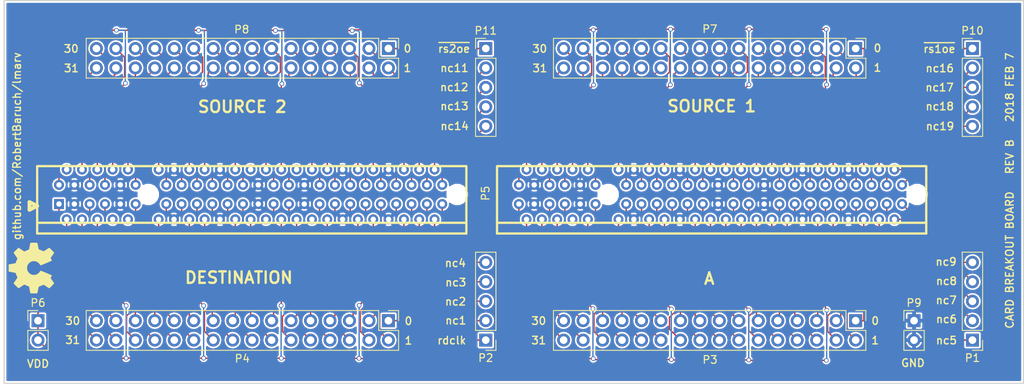
<source format=kicad_pcb>
(kicad_pcb (version 4) (host pcbnew 4.0.4-stable)
  (layers (0 F.Cu signal) (31 B.Cu signal) (34 B.Paste user) (35 F.Paste user) (36 B.SilkS user) (37 F.SilkS user) (38 B.Mask user) (39 F.Mask user) (44 Edge.Cuts user))
  (net 0 "")
  (net 1 /nc5)
  (net 2 /nc6)
  (net 3 /nc7)
  (net 4 /nc8)
  (net 5 /nc9)
  (net 6 /rdclk)
  (net 7 /nc1)
  (net 8 /nc2)
  (net 9 /nc3)
  (net 10 /nc4)
  (net 11 /a.0)
  (net 12 /a.1)
  (net 13 /a.2)
  (net 14 /a.3)
  (net 15 /a.4)
  (net 16 /a.5)
  (net 17 /a.6)
  (net 18 /a.7)
  (net 19 /a.8)
  (net 20 /a.9)
  (net 21 /a.10)
  (net 22 /a.11)
  (net 23 /a.12)
  (net 24 /a.13)
  (net 25 /a.14)
  (net 26 /a.15)
  (net 27 /a.16)
  (net 28 /a.17)
  (net 29 /a.18)
  (net 30 /a.19)
  (net 31 /a.20)
  (net 32 /a.21)
  (net 33 /a.22)
  (net 34 /a.23)
  (net 35 /a.24)
  (net 36 /a.25)
  (net 37 /a.26)
  (net 38 /a.27)
  (net 39 /a.28)
  (net 40 /a.29)
  (net 41 /a.30)
  (net 42 /a.31)
  (net 43 /rd.0)
  (net 44 /rd.1)
  (net 45 /rd.2)
  (net 46 /rd.3)
  (net 47 /rd.4)
  (net 48 /rd.5)
  (net 49 /rd.6)
  (net 50 /rd.7)
  (net 51 /rd.8)
  (net 52 /rd.9)
  (net 53 /rd.10)
  (net 54 /rd.11)
  (net 55 /rd.12)
  (net 56 /rd.13)
  (net 57 /rd.14)
  (net 58 /rd.15)
  (net 59 /rd.16)
  (net 60 /rd.17)
  (net 61 /rd.18)
  (net 62 /rd.19)
  (net 63 /rd.20)
  (net 64 /rd.21)
  (net 65 /rd.22)
  (net 66 /rd.23)
  (net 67 /rd.24)
  (net 68 /rd.25)
  (net 69 /rd.26)
  (net 70 /rd.27)
  (net 71 /rd.28)
  (net 72 /rd.29)
  (net 73 /rd.30)
  (net 74 /rd.31)
  (net 75 /GND)
  (net 76 /VDD)
  (net 77 /rs2.31)
  (net 78 /rs2.30)
  (net 79 /rs2.29)
  (net 80 /rs2.28)
  (net 81 /rs2.27)
  (net 82 /rs2.26)
  (net 83 /rs2.25)
  (net 84 /rs2.24)
  (net 85 /rs2.23)
  (net 86 /rs2.22)
  (net 87 /rs2.21)
  (net 88 /rs2.20)
  (net 89 /rs2.19)
  (net 90 /rs2.18)
  (net 91 /rs2.17)
  (net 92 /rs2.16)
  (net 93 /rs2.15)
  (net 94 /rs2.14)
  (net 95 /rs2.13)
  (net 96 /rs2.12)
  (net 97 /rs2.11)
  (net 98 /rs2.10)
  (net 99 /rs2.9)
  (net 100 /rs2.8)
  (net 101 /rs2.7)
  (net 102 /rs2.6)
  (net 103 /rs2.5)
  (net 104 /rs2.4)
  (net 105 /rs2.3)
  (net 106 /rs2.2)
  (net 107 /rs2.1)
  (net 108 /rs2.0)
  (net 109 /~rs2oe)
  (net 110 /nc11)
  (net 111 /nc12)
  (net 112 /nc13)
  (net 113 /nc14)
  (net 114 /rs1.31)
  (net 115 /rs1.23)
  (net 116 /rs1.30)
  (net 117 /rs1.29)
  (net 118 /rs1.28)
  (net 119 /rs1.27)
  (net 120 /rs1.26)
  (net 121 /rs1.25)
  (net 122 /rs1.24)
  (net 123 /rs1.22)
  (net 124 /rs1.21)
  (net 125 /rs1.20)
  (net 126 /rs1.19)
  (net 127 /rs1.18)
  (net 128 /rs1.17)
  (net 129 /rs1.16)
  (net 130 /rs1.15)
  (net 131 /rs1.14)
  (net 132 /rs1.13)
  (net 133 /rs1.12)
  (net 134 /rs1.11)
  (net 135 /rs1.10)
  (net 136 /rs1.9)
  (net 137 /rs1.8)
  (net 138 /rs1.7)
  (net 139 /rs1.6)
  (net 140 /rs1.5)
  (net 141 /rs1.4)
  (net 142 /rs1.3)
  (net 143 /rs1.2)
  (net 144 /rs1.1)
  (net 145 /rs1.0)
  (net 146 /~rs1oe)
  (net 147 /nc16)
  (net 148 /nc17)
  (net 149 /nc18)
  (net 150 /nc19)
  (module Pin_Headers:Pin_Header_Straight_1x05_Pitch2.54mm (layer F.Cu) (at 180.34 86.36 180)
    (fp_text reference P1 (at 0 -2.33 180) (layer F.SilkS))
    (fp_text value CONN_01X05)
    (pad 1 thru_hole rect (at 0 0 180) (size 1.7 1.7) (drill 1) (layers *.Cu *.Mask) (net 1 /nc5))
    (pad 2 thru_hole oval (at 0 2.54 180) (size 1.7 1.7) (drill 1) (layers *.Cu *.Mask) (net 2 /nc6))
    (pad 3 thru_hole oval (at 0 5.08 180) (size 1.7 1.7) (drill 1) (layers *.Cu *.Mask) (net 3 /nc7))
    (pad 4 thru_hole oval (at 0 7.62 180) (size 1.7 1.7) (drill 1) (layers *.Cu *.Mask) (net 4 /nc8))
    (pad 5 thru_hole oval (at 0 10.16 180) (size 1.7 1.7) (drill 1) (layers *.Cu *.Mask) (net 5 /nc9))
  )
  (module Pin_Headers:Pin_Header_Straight_1x05_Pitch2.54mm (layer F.Cu) (at 116.84 86.36 180)
    (fp_text reference P2 (at 0 -2.33 180) (layer F.SilkS))
    (fp_text value CONN_01X05)
    (pad 1 thru_hole rect (at 0 0 180) (size 1.7 1.7) (drill 1) (layers *.Cu *.Mask) (net 6 /rdclk))
    (pad 2 thru_hole oval (at 0 2.54 180) (size 1.7 1.7) (drill 1) (layers *.Cu *.Mask) (net 7 /nc1))
    (pad 3 thru_hole oval (at 0 5.08 180) (size 1.7 1.7) (drill 1) (layers *.Cu *.Mask) (net 8 /nc2))
    (pad 4 thru_hole oval (at 0 7.62 180) (size 1.7 1.7) (drill 1) (layers *.Cu *.Mask) (net 9 /nc3))
    (pad 5 thru_hole oval (at 0 10.16 180) (size 1.7 1.7) (drill 1) (layers *.Cu *.Mask) (net 10 /nc4))
  )
  (module Pin_Headers:Pin_Header_Straight_1x02_Pitch2.54mm (layer F.Cu) (at 58.42 83.82)
    (fp_text reference P6 (at 0 -2.33) (layer F.SilkS))
    (fp_text value CONN_02X01)
    (pad 1 thru_hole rect (at 0 0) (size 1.7 1.7) (drill 1) (layers *.Cu *.Mask) (net 76 /VDD))
    (pad 2 thru_hole oval (at 0 2.54) (size 1.7 1.7) (drill 1) (layers *.Cu *.Mask) (net 76 /VDD))
  )
  (module Pin_Headers:Pin_Header_Straight_1x02_Pitch2.54mm (layer F.Cu) (at 172.72 83.82)
    (fp_text reference P9 (at 0 -2.33) (layer F.SilkS))
    (fp_text value CONN_02X01)
    (pad 1 thru_hole rect (at 0 0) (size 1.7 1.7) (drill 1) (layers *.Cu *.Mask) (net 75 /GND))
    (pad 2 thru_hole oval (at 0 2.54) (size 1.7 1.7) (drill 1) (layers *.Cu *.Mask) (net 75 /GND))
  )
  (module Pin_Headers:Pin_Header_Straight_1x05_Pitch2.54mm (layer F.Cu) (at 180.34 48.26)
    (fp_text reference P10 (at 0 -2.33) (layer F.SilkS))
    (fp_text value CONN_01X05)
    (pad 1 thru_hole rect (at 0 0) (size 1.7 1.7) (drill 1) (layers *.Cu *.Mask) (net 146 /~rs1oe))
    (pad 2 thru_hole oval (at 0 2.54) (size 1.7 1.7) (drill 1) (layers *.Cu *.Mask) (net 147 /nc16))
    (pad 3 thru_hole oval (at 0 5.08) (size 1.7 1.7) (drill 1) (layers *.Cu *.Mask) (net 148 /nc17))
    (pad 4 thru_hole oval (at 0 7.62) (size 1.7 1.7) (drill 1) (layers *.Cu *.Mask) (net 149 /nc18))
    (pad 5 thru_hole oval (at 0 10.16) (size 1.7 1.7) (drill 1) (layers *.Cu *.Mask) (net 150 /nc19))
  )
  (module Pin_Headers:Pin_Header_Straight_1x05_Pitch2.54mm (layer F.Cu) (at 116.84 48.26)
    (fp_text reference P11 (at 0 -2.33) (layer F.SilkS))
    (fp_text value CONN_01X05)
    (pad 1 thru_hole rect (at 0 0) (size 1.7 1.7) (drill 1) (layers *.Cu *.Mask) (net 109 /~rs2oe))
    (pad 2 thru_hole oval (at 0 2.54) (size 1.7 1.7) (drill 1) (layers *.Cu *.Mask) (net 110 /nc11))
    (pad 3 thru_hole oval (at 0 5.08) (size 1.7 1.7) (drill 1) (layers *.Cu *.Mask) (net 111 /nc12))
    (pad 4 thru_hole oval (at 0 7.62) (size 1.7 1.7) (drill 1) (layers *.Cu *.Mask) (net 112 /nc13))
    (pad 5 thru_hole oval (at 0 10.16) (size 1.7 1.7) (drill 1) (layers *.Cu *.Mask) (net 113 /nc14))
  )
  (module lmarv:2pci_express_slot (layer F.Cu) (at 72.81 67.33)
    (fp_text reference P5 (at 44 -0.15 90) (layer F.SilkS))
    (fp_text value dual-pcie-cardedge)
    (pad 110 thru_hole circle (at 1.35 -3.25) (size 1.3 1.3) (drill 0.7) (layers *.Cu *.Mask) (net 85 /rs2.23))
    (pad 112 thru_hole circle (at 3.35 -3.25) (size 1.3 1.3) (drill 0.7) (layers *.Cu *.Mask) (net 75 /GND))
    (pad 114 thru_hole circle (at 5.35 -3.25) (size 1.3 1.3) (drill 0.7) (layers *.Cu *.Mask) (net 88 /rs2.20))
    (pad 116 thru_hole circle (at 7.35 -3.25) (size 1.3 1.3) (drill 0.7) (layers *.Cu *.Mask) (net 89 /rs2.19))
    (pad 118 thru_hole circle (at 9.35 -3.25) (size 1.3 1.3) (drill 0.7) (layers *.Cu *.Mask) (net 75 /GND))
    (pad 120 thru_hole circle (at 11.35 -3.25) (size 1.3 1.3) (drill 0.7) (layers *.Cu *.Mask) (net 92 /rs2.16))
    (pad 122 thru_hole circle (at 13.35 -3.25) (size 1.3 1.3) (drill 0.7) (layers *.Cu *.Mask) (net 94 /rs2.14))
    (pad 124 thru_hole circle (at 15.35 -3.25) (size 1.3 1.3) (drill 0.7) (layers *.Cu *.Mask) (net 95 /rs2.13))
    (pad 126 thru_hole circle (at 17.35 -3.25) (size 1.3 1.3) (drill 0.7) (layers *.Cu *.Mask) (net 76 /VDD))
    (pad 128 thru_hole circle (at 19.35 -3.25) (size 1.3 1.3) (drill 0.7) (layers *.Cu *.Mask) (net 98 /rs2.10))
    (pad 130 thru_hole circle (at 21.35 -3.25) (size 1.3 1.3) (drill 0.7) (layers *.Cu *.Mask) (net 99 /rs2.9))
    (pad 132 thru_hole circle (at 23.35 -3.25) (size 1.3 1.3) (drill 0.7) (layers *.Cu *.Mask) (net 101 /rs2.7))
    (pad 134 thru_hole circle (at 25.35 -3.25) (size 1.3 1.3) (drill 0.7) (layers *.Cu *.Mask) (net 75 /GND))
    (pad 136 thru_hole circle (at 27.35 -3.25) (size 1.3 1.3) (drill 0.7) (layers *.Cu *.Mask) (net 104 /rs2.4))
    (pad 138 thru_hole circle (at 29.35 -3.25) (size 1.3 1.3) (drill 0.7) (layers *.Cu *.Mask) (net 105 /rs2.3))
    (pad 140 thru_hole circle (at 31.35 -3.25) (size 1.3 1.3) (drill 0.7) (layers *.Cu *.Mask) (net 75 /GND))
    (pad 142 thru_hole circle (at 33.35 -3.25) (size 1.3 1.3) (drill 0.7) (layers *.Cu *.Mask) (net 108 /rs2.0))
    (pad 144 thru_hole circle (at 35.35 -3.25) (size 1.3 1.3) (drill 0.7) (layers *.Cu *.Mask) (net 110 /nc11))
    (pad 146 thru_hole circle (at 37.35 -3.25) (size 1.3 1.3) (drill 0.7) (layers *.Cu *.Mask) (net 112 /nc13))
    (pad 117 thru_hole circle (at 8.35 -1.25) (size 1.3 1.3) (drill 0.7) (layers *.Cu *.Mask) (net 90 /rs2.18))
    (pad 111 thru_hole circle (at 2.35 -1.25) (size 1.3 1.3) (drill 0.7) (layers *.Cu *.Mask) (net 86 /rs2.22))
    (pad 113 thru_hole circle (at 4.35 -1.25) (size 1.3 1.3) (drill 0.7) (layers *.Cu *.Mask) (net 87 /rs2.21))
    (pad 115 thru_hole circle (at 6.35 -1.25) (size 1.3 1.3) (drill 0.7) (layers *.Cu *.Mask) (net 76 /VDD))
    (pad 119 thru_hole circle (at 10.35 -1.25) (size 1.3 1.3) (drill 0.7) (layers *.Cu *.Mask) (net 91 /rs2.17))
    (pad 127 thru_hole circle (at 18.35 -1.25) (size 1.3 1.3) (drill 0.7) (layers *.Cu *.Mask) (net 97 /rs2.11))
    (pad 121 thru_hole circle (at 12.35 -1.25) (size 1.3 1.3) (drill 0.7) (layers *.Cu *.Mask) (net 93 /rs2.15))
    (pad 123 thru_hole circle (at 14.35 -1.25) (size 1.3 1.3) (drill 0.7) (layers *.Cu *.Mask) (net 75 /GND))
    (pad 125 thru_hole circle (at 16.35 -1.25) (size 1.3 1.3) (drill 0.7) (layers *.Cu *.Mask) (net 96 /rs2.12))
    (pad 129 thru_hole circle (at 20.35 -1.25) (size 1.3 1.3) (drill 0.7) (layers *.Cu *.Mask) (net 75 /GND))
    (pad 137 thru_hole circle (at 28.35 -1.25) (size 1.3 1.3) (drill 0.7) (layers *.Cu *.Mask) (net 76 /VDD))
    (pad 131 thru_hole circle (at 22.35 -1.25) (size 1.3 1.3) (drill 0.7) (layers *.Cu *.Mask) (net 100 /rs2.8))
    (pad 133 thru_hole circle (at 24.35 -1.25) (size 1.3 1.3) (drill 0.7) (layers *.Cu *.Mask) (net 102 /rs2.6))
    (pad 135 thru_hole circle (at 26.35 -1.25) (size 1.3 1.3) (drill 0.7) (layers *.Cu *.Mask) (net 103 /rs2.5))
    (pad 139 thru_hole circle (at 30.35 -1.25) (size 1.3 1.3) (drill 0.7) (layers *.Cu *.Mask) (net 106 /rs2.2))
    (pad 145 thru_hole circle (at 36.35 -1.25) (size 1.3 1.3) (drill 0.7) (layers *.Cu *.Mask) (net 111 /nc12))
    (pad 141 thru_hole circle (at 32.35 -1.25) (size 1.3 1.3) (drill 0.7) (layers *.Cu *.Mask) (net 107 /rs2.1))
    (pad 143 thru_hole circle (at 34.35 -1.25) (size 1.3 1.3) (drill 0.7) (layers *.Cu *.Mask) (net 109 /~rs2oe))
    (pad 147 thru_hole circle (at 38.35 -1.25) (size 1.3 1.3) (drill 0.7) (layers *.Cu *.Mask) (net 113 /nc14))
    (pad 15 thru_hole circle (at 4.35 1.25) (size 1.3 1.3) (drill 0.7) (layers *.Cu *.Mask) (net 64 /rd.21))
    (pad 13 thru_hole circle (at 2.35 1.25) (size 1.3 1.3) (drill 0.7) (layers *.Cu *.Mask) (net 65 /rd.22))
    (pad 25 thru_hole circle (at 14.35 1.25) (size 1.3 1.3) (drill 0.7) (layers *.Cu *.Mask) (net 75 /GND))
    (pad 23 thru_hole circle (at 12.35 1.25) (size 1.3 1.3) (drill 0.7) (layers *.Cu *.Mask) (net 58 /rd.15))
    (pad 35 thru_hole circle (at 24.35 1.25) (size 1.3 1.3) (drill 0.7) (layers *.Cu *.Mask) (net 49 /rd.6))
    (pad 33 thru_hole circle (at 22.35 1.25) (size 1.3 1.3) (drill 0.7) (layers *.Cu *.Mask) (net 51 /rd.8))
    (pad 49 thru_hole circle (at 38.35 1.25) (size 1.3 1.3) (drill 0.7) (layers *.Cu *.Mask) (net 10 /nc4))
    (pad 43 thru_hole circle (at 32.35 1.25) (size 1.3 1.3) (drill 0.7) (layers *.Cu *.Mask) (net 44 /rd.1))
    (pad 45 thru_hole circle (at 34.35 1.25) (size 1.3 1.3) (drill 0.7) (layers *.Cu *.Mask) (net 6 /rdclk))
    (pad 47 thru_hole circle (at 36.35 1.25) (size 1.3 1.3) (drill 0.7) (layers *.Cu *.Mask) (net 8 /nc2))
    (pad 21 thru_hole circle (at 10.35 1.25) (size 1.3 1.3) (drill 0.7) (layers *.Cu *.Mask) (net 60 /rd.17))
    (pad 17 thru_hole circle (at 6.35 1.25) (size 1.3 1.3) (drill 0.7) (layers *.Cu *.Mask) (net 76 /VDD))
    (pad 19 thru_hole circle (at 8.35 1.25) (size 1.3 1.3) (drill 0.7) (layers *.Cu *.Mask) (net 61 /rd.18))
    (pad 31 thru_hole circle (at 20.35 1.25) (size 1.3 1.3) (drill 0.7) (layers *.Cu *.Mask) (net 75 /GND))
    (pad 27 thru_hole circle (at 16.35 1.25) (size 1.3 1.3) (drill 0.7) (layers *.Cu *.Mask) (net 55 /rd.12))
    (pad 29 thru_hole circle (at 18.35 1.25) (size 1.3 1.3) (drill 0.7) (layers *.Cu *.Mask) (net 54 /rd.11))
    (pad 41 thru_hole circle (at 30.35 1.25) (size 1.3 1.3) (drill 0.7) (layers *.Cu *.Mask) (net 45 /rd.2))
    (pad 37 thru_hole circle (at 26.35 1.25) (size 1.3 1.3) (drill 0.7) (layers *.Cu *.Mask) (net 48 /rd.5))
    (pad 39 thru_hole circle (at 28.35 1.25) (size 1.3 1.3) (drill 0.7) (layers *.Cu *.Mask) (net 76 /VDD))
    (pad 24 thru_hole circle (at 13.35 3.25) (size 1.3 1.3) (drill 0.7) (layers *.Cu *.Mask) (net 57 /rd.14))
    (pad 26 thru_hole circle (at 15.35 3.25) (size 1.3 1.3) (drill 0.7) (layers *.Cu *.Mask) (net 56 /rd.13))
    (pad 18 thru_hole circle (at 7.35 3.25) (size 1.3 1.3) (drill 0.7) (layers *.Cu *.Mask) (net 62 /rd.19))
    (pad 20 thru_hole circle (at 9.35 3.25) (size 1.3 1.3) (drill 0.7) (layers *.Cu *.Mask) (net 75 /GND))
    (pad 22 thru_hole circle (at 11.35 3.25) (size 1.3 1.3) (drill 0.7) (layers *.Cu *.Mask) (net 59 /rd.16))
    (pad 32 thru_hole circle (at 21.35 3.25) (size 1.3 1.3) (drill 0.7) (layers *.Cu *.Mask) (net 52 /rd.9))
    (pad 28 thru_hole circle (at 17.35 3.25) (size 1.3 1.3) (drill 0.7) (layers *.Cu *.Mask) (net 76 /VDD))
    (pad 30 thru_hole circle (at 19.35 3.25) (size 1.3 1.3) (drill 0.7) (layers *.Cu *.Mask) (net 53 /rd.10))
    (pad 16 thru_hole circle (at 5.35 3.25) (size 1.3 1.3) (drill 0.7) (layers *.Cu *.Mask) (net 63 /rd.20))
    (pad 14 thru_hole circle (at 3.35 3.25) (size 1.3 1.3) (drill 0.7) (layers *.Cu *.Mask) (net 75 /GND))
    (pad 12 thru_hole circle (at 1.35 3.25) (size 1.3 1.3) (drill 0.7) (layers *.Cu *.Mask) (net 66 /rd.23))
    (pad 34 thru_hole circle (at 23.35 3.25) (size 1.3 1.3) (drill 0.7) (layers *.Cu *.Mask) (net 50 /rd.7))
    (pad 36 thru_hole circle (at 25.35 3.25) (size 1.3 1.3) (drill 0.7) (layers *.Cu *.Mask) (net 75 /GND))
    (pad 46 thru_hole circle (at 35.35 3.25) (size 1.3 1.3) (drill 0.7) (layers *.Cu *.Mask) (net 7 /nc1))
    (pad 44 thru_hole circle (at 33.35 3.25) (size 1.3 1.3) (drill 0.7) (layers *.Cu *.Mask) (net 43 /rd.0))
    (pad 42 thru_hole circle (at 31.35 3.25) (size 1.3 1.3) (drill 0.7) (layers *.Cu *.Mask) (net 75 /GND))
    (pad 38 thru_hole circle (at 27.35 3.25) (size 1.3 1.3) (drill 0.7) (layers *.Cu *.Mask) (net 47 /rd.4))
    (pad 40 thru_hole circle (at 29.35 3.25) (size 1.3 1.3) (drill 0.7) (layers *.Cu *.Mask) (net 46 /rd.3))
    (pad 48 thru_hole circle (at 37.35 3.25) (size 1.3 1.3) (drill 0.7) (layers *.Cu *.Mask) (net 9 /nc3))
    (pad 109 thru_hole circle (at -1.65 -1.25) (size 1.3 1.3) (drill 0.7) (layers *.Cu *.Mask) (net 84 /rs2.24))
    (pad 11 thru_hole circle (at -1.65 1.25) (size 1.3 1.3) (drill 0.7) (layers *.Cu *.Mask) (net 67 /rd.24))
    (pad 108 thru_hole circle (at -2.65 -3.25) (size 1.3 1.3) (drill 0.7) (layers *.Cu *.Mask) (net 83 /rs2.25))
    (pad 10 thru_hole circle (at -2.65 3.25) (size 1.3 1.3) (drill 0.7) (layers *.Cu *.Mask) (net 68 /rd.25))
    (pad 106 thru_hole circle (at -4.65 -3.25) (size 1.3 1.3) (drill 0.7) (layers *.Cu *.Mask) (net 82 /rs2.26))
    (pad 104 thru_hole circle (at -6.65 -3.25) (size 1.3 1.3) (drill 0.7) (layers *.Cu *.Mask) (net 76 /VDD))
    (pad 102 thru_hole circle (at -8.65 -3.25) (size 1.3 1.3) (drill 0.7) (layers *.Cu *.Mask) (net 79 /rs2.29))
    (pad 100 thru_hole circle (at -10.65 -3.25) (size 1.3 1.3) (drill 0.7) (layers *.Cu *.Mask) (net 78 /rs2.30))
    (pad 107 thru_hole circle (at -3.65 -1.25) (size 1.3 1.3) (drill 0.7) (layers *.Cu *.Mask) (net 75 /GND))
    (pad 105 thru_hole circle (at -5.65 -1.25) (size 1.3 1.3) (drill 0.7) (layers *.Cu *.Mask) (net 81 /rs2.27))
    (pad 103 thru_hole circle (at -7.65 -1.25) (size 1.3 1.3) (drill 0.7) (layers *.Cu *.Mask) (net 80 /rs2.28))
    (pad 101 thru_hole circle (at -9.65 -1.25) (size 1.3 1.3) (drill 0.7) (layers *.Cu *.Mask) (net 75 /GND))
    (pad 9 thru_hole circle (at -3.65 1.25) (size 1.3 1.3) (drill 0.7) (layers *.Cu *.Mask) (net 75 /GND))
    (pad 7 thru_hole circle (at -5.65 1.25) (size 1.3 1.3) (drill 0.7) (layers *.Cu *.Mask) (net 70 /rd.27))
    (pad 5 thru_hole circle (at -7.65 1.25) (size 1.3 1.3) (drill 0.7) (layers *.Cu *.Mask) (net 71 /rd.28))
    (pad 3 thru_hole circle (at -9.65 1.25) (size 1.3 1.3) (drill 0.7) (layers *.Cu *.Mask) (net 75 /GND))
    (pad 8 thru_hole circle (at -4.65 3.25) (size 1.3 1.3) (drill 0.7) (layers *.Cu *.Mask) (net 69 /rd.26))
    (pad 6 thru_hole circle (at -6.65 3.25) (size 1.3 1.3) (drill 0.7) (layers *.Cu *.Mask) (net 76 /VDD))
    (pad 4 thru_hole circle (at -8.65 3.25) (size 1.3 1.3) (drill 0.7) (layers *.Cu *.Mask) (net 72 /rd.29))
    (pad 2 thru_hole circle (at -10.65 3.25) (size 1.3 1.3) (drill 0.7) (layers *.Cu *.Mask) (net 73 /rd.30))
    (pad 99 thru_hole circle (at -11.65 -1.25) (size 1.3 1.3) (drill 0.7) (layers *.Cu *.Mask) (net 77 /rs2.31))
    (pad 1 thru_hole rect (at -11.65 1.25) (size 1.3 1.3) (drill 0.7) (layers *.Cu *.Mask) (net 74 /rd.31))
    (pad 164 thru_hole circle (at 66.35 -1.25) (size 1.3 1.3) (drill 0.7) (layers *.Cu *.Mask) (net 76 /VDD))
    (pad 165 thru_hole circle (at 67.35 -3.25) (size 1.3 1.3) (drill 0.7) (layers *.Cu *.Mask) (net 126 /rs1.19))
    (pad 167 thru_hole circle (at 69.35 -3.25) (size 1.3 1.3) (drill 0.7) (layers *.Cu *.Mask) (net 75 /GND))
    (pad 166 thru_hole circle (at 68.35 -1.25) (size 1.3 1.3) (drill 0.7) (layers *.Cu *.Mask) (net 127 /rs1.18))
    (pad 168 thru_hole circle (at 70.35 -1.25) (size 1.3 1.3) (drill 0.7) (layers *.Cu *.Mask) (net 128 /rs1.17))
    (pad 66 thru_hole circle (at 66.35 1.25) (size 1.3 1.3) (drill 0.7) (layers *.Cu *.Mask) (net 76 /VDD))
    (pad 68 thru_hole circle (at 68.35 1.25) (size 1.3 1.3) (drill 0.7) (layers *.Cu *.Mask) (net 29 /a.18))
    (pad 67 thru_hole circle (at 67.35 3.25) (size 1.3 1.3) (drill 0.7) (layers *.Cu *.Mask) (net 30 /a.19))
    (pad 69 thru_hole circle (at 69.35 3.25) (size 1.3 1.3) (drill 0.7) (layers *.Cu *.Mask) (net 75 /GND))
    (pad 71 thru_hole circle (at 71.35 3.25) (size 1.3 1.3) (drill 0.7) (layers *.Cu *.Mask) (net 27 /a.16))
    (pad 70 thru_hole circle (at 70.35 1.25) (size 1.3 1.3) (drill 0.7) (layers *.Cu *.Mask) (net 28 /a.17))
    (pad 169 thru_hole circle (at 71.35 -3.25) (size 1.3 1.3) (drill 0.7) (layers *.Cu *.Mask) (net 129 /rs1.16))
    (pad 170 thru_hole circle (at 72.35 -1.25) (size 1.3 1.3) (drill 0.7) (layers *.Cu *.Mask) (net 130 /rs1.15))
    (pad 172 thru_hole circle (at 74.35 -1.25) (size 1.3 1.3) (drill 0.7) (layers *.Cu *.Mask) (net 75 /GND))
    (pad 74 thru_hole circle (at 74.35 1.25) (size 1.3 1.3) (drill 0.7) (layers *.Cu *.Mask) (net 75 /GND))
    (pad 72 thru_hole circle (at 72.35 1.25) (size 1.3 1.3) (drill 0.7) (layers *.Cu *.Mask) (net 26 /a.15))
    (pad 77 thru_hole circle (at 77.35 3.25) (size 1.3 1.3) (drill 0.7) (layers *.Cu *.Mask) (net 76 /VDD))
    (pad 76 thru_hole circle (at 76.35 1.25) (size 1.3 1.3) (drill 0.7) (layers *.Cu *.Mask) (net 23 /a.12))
    (pad 78 thru_hole circle (at 78.35 1.25) (size 1.3 1.3) (drill 0.7) (layers *.Cu *.Mask) (net 22 /a.11))
    (pad 73 thru_hole circle (at 73.35 3.25) (size 1.3 1.3) (drill 0.7) (layers *.Cu *.Mask) (net 25 /a.14))
    (pad 75 thru_hole circle (at 75.35 3.25) (size 1.3 1.3) (drill 0.7) (layers *.Cu *.Mask) (net 24 /a.13))
    (pad 79 thru_hole circle (at 79.35 3.25) (size 1.3 1.3) (drill 0.7) (layers *.Cu *.Mask) (net 21 /a.10))
    (pad 171 thru_hole circle (at 73.35 -3.25) (size 1.3 1.3) (drill 0.7) (layers *.Cu *.Mask) (net 131 /rs1.14))
    (pad 173 thru_hole circle (at 75.35 -3.25) (size 1.3 1.3) (drill 0.7) (layers *.Cu *.Mask) (net 132 /rs1.13))
    (pad 175 thru_hole circle (at 77.35 -3.25) (size 1.3 1.3) (drill 0.7) (layers *.Cu *.Mask) (net 76 /VDD))
    (pad 176 thru_hole circle (at 78.35 -1.25) (size 1.3 1.3) (drill 0.7) (layers *.Cu *.Mask) (net 134 /rs1.11))
    (pad 177 thru_hole circle (at 79.35 -3.25) (size 1.3 1.3) (drill 0.7) (layers *.Cu *.Mask) (net 135 /rs1.10))
    (pad 174 thru_hole circle (at 76.35 -1.25) (size 1.3 1.3) (drill 0.7) (layers *.Cu *.Mask) (net 133 /rs1.12))
    (pad 183 thru_hole circle (at 85.35 -3.25) (size 1.3 1.3) (drill 0.7) (layers *.Cu *.Mask) (net 75 /GND))
    (pad 181 thru_hole circle (at 83.35 -3.25) (size 1.3 1.3) (drill 0.7) (layers *.Cu *.Mask) (net 138 /rs1.7))
    (pad 178 thru_hole circle (at 80.35 -1.25) (size 1.3 1.3) (drill 0.7) (layers *.Cu *.Mask) (net 75 /GND))
    (pad 179 thru_hole circle (at 81.35 -3.25) (size 1.3 1.3) (drill 0.7) (layers *.Cu *.Mask) (net 136 /rs1.9))
    (pad 180 thru_hole circle (at 82.35 -1.25) (size 1.3 1.3) (drill 0.7) (layers *.Cu *.Mask) (net 137 /rs1.8))
    (pad 182 thru_hole circle (at 84.35 -1.25) (size 1.3 1.3) (drill 0.7) (layers *.Cu *.Mask) (net 139 /rs1.6))
    (pad 190 thru_hole circle (at 92.35 -1.25) (size 1.3 1.3) (drill 0.7) (layers *.Cu *.Mask) (net 144 /rs1.1))
    (pad 189 thru_hole circle (at 91.35 -3.25) (size 1.3 1.3) (drill 0.7) (layers *.Cu *.Mask) (net 75 /GND))
    (pad 191 thru_hole circle (at 93.35 -3.25) (size 1.3 1.3) (drill 0.7) (layers *.Cu *.Mask) (net 145 /rs1.0))
    (pad 188 thru_hole circle (at 90.35 -1.25) (size 1.3 1.3) (drill 0.7) (layers *.Cu *.Mask) (net 143 /rs1.2))
    (pad 192 thru_hole circle (at 94.35 -1.25) (size 1.3 1.3) (drill 0.7) (layers *.Cu *.Mask) (net 146 /~rs1oe))
    (pad 185 thru_hole circle (at 87.35 -3.25) (size 1.3 1.3) (drill 0.7) (layers *.Cu *.Mask) (net 141 /rs1.4))
    (pad 187 thru_hole circle (at 89.35 -3.25) (size 1.3 1.3) (drill 0.7) (layers *.Cu *.Mask) (net 142 /rs1.3))
    (pad 186 thru_hole circle (at 88.35 -1.25) (size 1.3 1.3) (drill 0.7) (layers *.Cu *.Mask) (net 76 /VDD))
    (pad 184 thru_hole circle (at 86.35 -1.25) (size 1.3 1.3) (drill 0.7) (layers *.Cu *.Mask) (net 140 /rs1.5))
    (pad 193 thru_hole circle (at 95.35 -3.25) (size 1.3 1.3) (drill 0.7) (layers *.Cu *.Mask) (net 147 /nc16))
    (pad 195 thru_hole circle (at 97.35 -3.25) (size 1.3 1.3) (drill 0.7) (layers *.Cu *.Mask) (net 149 /nc18))
    (pad 194 thru_hole circle (at 96.35 -1.25) (size 1.3 1.3) (drill 0.7) (layers *.Cu *.Mask) (net 148 /nc17))
    (pad 196 thru_hole circle (at 98.35 -1.25) (size 1.3 1.3) (drill 0.7) (layers *.Cu *.Mask) (net 150 /nc19))
    (pad 98 thru_hole circle (at 98.35 1.25) (size 1.3 1.3) (drill 0.7) (layers *.Cu *.Mask) (net 5 /nc9))
    (pad 95 thru_hole circle (at 95.35 3.25) (size 1.3 1.3) (drill 0.7) (layers *.Cu *.Mask) (net 2 /nc6))
    (pad 96 thru_hole circle (at 96.35 1.25) (size 1.3 1.3) (drill 0.7) (layers *.Cu *.Mask) (net 3 /nc7))
    (pad 97 thru_hole circle (at 97.35 3.25) (size 1.3 1.3) (drill 0.7) (layers *.Cu *.Mask) (net 4 /nc8))
    (pad 84 thru_hole circle (at 84.35 1.25) (size 1.3 1.3) (drill 0.7) (layers *.Cu *.Mask) (net 17 /a.6))
    (pad 82 thru_hole circle (at 82.35 1.25) (size 1.3 1.3) (drill 0.7) (layers *.Cu *.Mask) (net 19 /a.8))
    (pad 86 thru_hole circle (at 86.35 1.25) (size 1.3 1.3) (drill 0.7) (layers *.Cu *.Mask) (net 16 /a.5))
    (pad 81 thru_hole circle (at 81.35 3.25) (size 1.3 1.3) (drill 0.7) (layers *.Cu *.Mask) (net 20 /a.9))
    (pad 83 thru_hole circle (at 83.35 3.25) (size 1.3 1.3) (drill 0.7) (layers *.Cu *.Mask) (net 18 /a.7))
    (pad 85 thru_hole circle (at 85.35 3.25) (size 1.3 1.3) (drill 0.7) (layers *.Cu *.Mask) (net 75 /GND))
    (pad 80 thru_hole circle (at 80.35 1.25) (size 1.3 1.3) (drill 0.7) (layers *.Cu *.Mask) (net 75 /GND))
    (pad 87 thru_hole circle (at 87.35 3.25) (size 1.3 1.3) (drill 0.7) (layers *.Cu *.Mask) (net 15 /a.4))
    (pad 90 thru_hole circle (at 90.35 1.25) (size 1.3 1.3) (drill 0.7) (layers *.Cu *.Mask) (net 13 /a.2))
    (pad 92 thru_hole circle (at 92.35 1.25) (size 1.3 1.3) (drill 0.7) (layers *.Cu *.Mask) (net 12 /a.1))
    (pad 94 thru_hole circle (at 94.35 1.25) (size 1.3 1.3) (drill 0.7) (layers *.Cu *.Mask) (net 1 /nc5))
    (pad 88 thru_hole circle (at 88.35 1.25) (size 1.3 1.3) (drill 0.7) (layers *.Cu *.Mask) (net 76 /VDD))
    (pad 91 thru_hole circle (at 91.35 3.25) (size 1.3 1.3) (drill 0.7) (layers *.Cu *.Mask) (net 75 /GND))
    (pad 93 thru_hole circle (at 93.35 3.25) (size 1.3 1.3) (drill 0.7) (layers *.Cu *.Mask) (net 11 /a.0))
    (pad 89 thru_hole circle (at 89.35 3.25) (size 1.3 1.3) (drill 0.7) (layers *.Cu *.Mask) (net 14 /a.3))
    (pad 160 thru_hole circle (at 62.35 -1.25) (size 1.3 1.3) (drill 0.7) (layers *.Cu *.Mask) (net 123 /rs1.22))
    (pad 159 thru_hole circle (at 61.35 -3.25) (size 1.3 1.3) (drill 0.7) (layers *.Cu *.Mask) (net 115 /rs1.23))
    (pad 161 thru_hole circle (at 63.35 -3.25) (size 1.3 1.3) (drill 0.7) (layers *.Cu *.Mask) (net 75 /GND))
    (pad 163 thru_hole circle (at 65.35 -3.25) (size 1.3 1.3) (drill 0.7) (layers *.Cu *.Mask) (net 125 /rs1.20))
    (pad 162 thru_hole circle (at 64.35 -1.25) (size 1.3 1.3) (drill 0.7) (layers *.Cu *.Mask) (net 124 /rs1.21))
    (pad 63 thru_hole circle (at 63.35 3.25) (size 1.3 1.3) (drill 0.7) (layers *.Cu *.Mask) (net 75 /GND))
    (pad 64 thru_hole circle (at 64.35 1.25) (size 1.3 1.3) (drill 0.7) (layers *.Cu *.Mask) (net 32 /a.21))
    (pad 62 thru_hole circle (at 62.35 1.25) (size 1.3 1.3) (drill 0.7) (layers *.Cu *.Mask) (net 33 /a.22))
    (pad 65 thru_hole circle (at 65.35 3.25) (size 1.3 1.3) (drill 0.7) (layers *.Cu *.Mask) (net 31 /a.20))
    (pad 61 thru_hole circle (at 61.35 3.25) (size 1.3 1.3) (drill 0.7) (layers *.Cu *.Mask) (net 34 /a.23))
    (pad 60 thru_hole circle (at 58.35 1.25) (size 1.3 1.3) (drill 0.7) (layers *.Cu *.Mask) (net 35 /a.24))
    (pad 59 thru_hole circle (at 57.35 3.25) (size 1.3 1.3) (drill 0.7) (layers *.Cu *.Mask) (net 36 /a.25))
    (pad 58 thru_hole circle (at 56.35 1.25) (size 1.3 1.3) (drill 0.7) (layers *.Cu *.Mask) (net 75 /GND))
    (pad 56 thru_hole circle (at 54.35 1.25) (size 1.3 1.3) (drill 0.7) (layers *.Cu *.Mask) (net 38 /a.27))
    (pad 57 thru_hole circle (at 55.35 3.25) (size 1.3 1.3) (drill 0.7) (layers *.Cu *.Mask) (net 37 /a.26))
    (pad 55 thru_hole circle (at 53.35 3.25) (size 1.3 1.3) (drill 0.7) (layers *.Cu *.Mask) (net 76 /VDD))
    (pad 157 thru_hole circle (at 57.35 -3.25) (size 1.3 1.3) (drill 0.7) (layers *.Cu *.Mask) (net 121 /rs1.25))
    (pad 155 thru_hole circle (at 55.35 -3.25) (size 1.3 1.3) (drill 0.7) (layers *.Cu *.Mask) (net 120 /rs1.26))
    (pad 156 thru_hole circle (at 56.35 -1.25) (size 1.3 1.3) (drill 0.7) (layers *.Cu *.Mask) (net 75 /GND))
    (pad 158 thru_hole circle (at 58.35 -1.25) (size 1.3 1.3) (drill 0.7) (layers *.Cu *.Mask) (net 122 /rs1.24))
    (pad 154 thru_hole circle (at 54.35 -1.25) (size 1.3 1.3) (drill 0.7) (layers *.Cu *.Mask) (net 119 /rs1.27))
    (pad 51 thru_hole circle (at 49.35 3.25) (size 1.3 1.3) (drill 0.7) (layers *.Cu *.Mask) (net 41 /a.30))
    (pad 54 thru_hole circle (at 52.35 1.25) (size 1.3 1.3) (drill 0.7) (layers *.Cu *.Mask) (net 39 /a.28))
    (pad 52 thru_hole circle (at 50.35 1.25) (size 1.3 1.3) (drill 0.7) (layers *.Cu *.Mask) (net 75 /GND))
    (pad 53 thru_hole circle (at 51.35 3.25) (size 1.3 1.3) (drill 0.7) (layers *.Cu *.Mask) (net 40 /a.29))
    (pad 50 thru_hole circle (at 48.35 1.25) (size 1.3 1.3) (drill 0.7) (layers *.Cu *.Mask) (net 42 /a.31))
    (pad 153 thru_hole circle (at 53.35 -3.25) (size 1.3 1.3) (drill 0.7) (layers *.Cu *.Mask) (net 76 /VDD))
    (pad 151 thru_hole circle (at 51.35 -3.25) (size 1.3 1.3) (drill 0.7) (layers *.Cu *.Mask) (net 117 /rs1.29))
    (pad 149 thru_hole circle (at 49.35 -3.25) (size 1.3 1.3) (drill 0.7) (layers *.Cu *.Mask) (net 116 /rs1.30))
    (pad 152 thru_hole circle (at 52.35 -1.25) (size 1.3 1.3) (drill 0.7) (layers *.Cu *.Mask) (net 118 /rs1.28))
    (pad 150 thru_hole circle (at 50.35 -1.25) (size 1.3 1.3) (drill 0.7) (layers *.Cu *.Mask) (net 75 /GND))
    (pad 148 thru_hole circle (at 48.35 -1.25) (size 1.3 1.3) (drill 0.7) (layers *.Cu *.Mask) (net 114 /rs1.31))
    (pad "" np_thru_hole circle (at 0 0) (size 2.35 2.35) (drill 2.35) (layers *.Cu *.Mask))
    (pad "" np_thru_hole circle (at 40.3 0) (size 2.35 2.35) (drill 2.35) (layers *.Cu *.Mask))
    (pad "" np_thru_hole circle (at 60 0) (size 2.35 2.35) (drill 2.35) (layers *.Cu *.Mask))
    (pad "" np_thru_hole circle (at 100.3 0) (size 2.35 2.35) (drill 2.35) (layers *.Cu *.Mask))
  )
  (module Pin_Headers:Pin_Header_Straight_2x16_Pitch2.54mm (layer F.Cu) (at 165.1 83.82 270)
    (fp_text reference P3 (at 5.105 19 360) (layer F.SilkS))
    (fp_text value CONN_01X32)
    (pad 1 thru_hole rect (at 0 0 270) (size 1.7 1.7) (drill 1) (layers *.Cu *.Mask) (net 11 /a.0))
    (pad 2 thru_hole oval (at 2.54 0 270) (size 1.7 1.7) (drill 1) (layers *.Cu *.Mask) (net 12 /a.1))
    (pad 3 thru_hole oval (at 0 2.54 270) (size 1.7 1.7) (drill 1) (layers *.Cu *.Mask) (net 13 /a.2))
    (pad 4 thru_hole oval (at 2.54 2.54 270) (size 1.7 1.7) (drill 1) (layers *.Cu *.Mask) (net 14 /a.3))
    (pad 5 thru_hole oval (at 0 5.08 270) (size 1.7 1.7) (drill 1) (layers *.Cu *.Mask) (net 15 /a.4))
    (pad 6 thru_hole oval (at 2.54 5.08 270) (size 1.7 1.7) (drill 1) (layers *.Cu *.Mask) (net 16 /a.5))
    (pad 7 thru_hole oval (at 0 7.62 270) (size 1.7 1.7) (drill 1) (layers *.Cu *.Mask) (net 17 /a.6))
    (pad 8 thru_hole oval (at 2.54 7.62 270) (size 1.7 1.7) (drill 1) (layers *.Cu *.Mask) (net 18 /a.7))
    (pad 9 thru_hole oval (at 0 10.16 270) (size 1.7 1.7) (drill 1) (layers *.Cu *.Mask) (net 19 /a.8))
    (pad 10 thru_hole oval (at 2.54 10.16 270) (size 1.7 1.7) (drill 1) (layers *.Cu *.Mask) (net 20 /a.9))
    (pad 11 thru_hole oval (at 0 12.7 270) (size 1.7 1.7) (drill 1) (layers *.Cu *.Mask) (net 21 /a.10))
    (pad 12 thru_hole oval (at 2.54 12.7 270) (size 1.7 1.7) (drill 1) (layers *.Cu *.Mask) (net 22 /a.11))
    (pad 13 thru_hole oval (at 0 15.24 270) (size 1.7 1.7) (drill 1) (layers *.Cu *.Mask) (net 23 /a.12))
    (pad 14 thru_hole oval (at 2.54 15.24 270) (size 1.7 1.7) (drill 1) (layers *.Cu *.Mask) (net 24 /a.13))
    (pad 15 thru_hole oval (at 0 17.78 270) (size 1.7 1.7) (drill 1) (layers *.Cu *.Mask) (net 25 /a.14))
    (pad 16 thru_hole oval (at 2.54 17.78 270) (size 1.7 1.7) (drill 1) (layers *.Cu *.Mask) (net 26 /a.15))
    (pad 17 thru_hole oval (at 0 20.32 270) (size 1.7 1.7) (drill 1) (layers *.Cu *.Mask) (net 27 /a.16))
    (pad 18 thru_hole oval (at 2.54 20.32 270) (size 1.7 1.7) (drill 1) (layers *.Cu *.Mask) (net 28 /a.17))
    (pad 19 thru_hole oval (at 0 22.86 270) (size 1.7 1.7) (drill 1) (layers *.Cu *.Mask) (net 29 /a.18))
    (pad 20 thru_hole oval (at 2.54 22.86 270) (size 1.7 1.7) (drill 1) (layers *.Cu *.Mask) (net 30 /a.19))
    (pad 21 thru_hole oval (at 0 25.4 270) (size 1.7 1.7) (drill 1) (layers *.Cu *.Mask) (net 31 /a.20))
    (pad 22 thru_hole oval (at 2.54 25.4 270) (size 1.7 1.7) (drill 1) (layers *.Cu *.Mask) (net 32 /a.21))
    (pad 23 thru_hole oval (at 0 27.94 270) (size 1.7 1.7) (drill 1) (layers *.Cu *.Mask) (net 33 /a.22))
    (pad 24 thru_hole oval (at 2.54 27.94 270) (size 1.7 1.7) (drill 1) (layers *.Cu *.Mask) (net 34 /a.23))
    (pad 25 thru_hole oval (at 0 30.48 270) (size 1.7 1.7) (drill 1) (layers *.Cu *.Mask) (net 35 /a.24))
    (pad 26 thru_hole oval (at 2.54 30.48 270) (size 1.7 1.7) (drill 1) (layers *.Cu *.Mask) (net 36 /a.25))
    (pad 27 thru_hole oval (at 0 33.02 270) (size 1.7 1.7) (drill 1) (layers *.Cu *.Mask) (net 37 /a.26))
    (pad 28 thru_hole oval (at 2.54 33.02 270) (size 1.7 1.7) (drill 1) (layers *.Cu *.Mask) (net 38 /a.27))
    (pad 29 thru_hole oval (at 0 35.56 270) (size 1.7 1.7) (drill 1) (layers *.Cu *.Mask) (net 39 /a.28))
    (pad 30 thru_hole oval (at 2.54 35.56 270) (size 1.7 1.7) (drill 1) (layers *.Cu *.Mask) (net 40 /a.29))
    (pad 31 thru_hole oval (at 0 38.1 270) (size 1.7 1.7) (drill 1) (layers *.Cu *.Mask) (net 41 /a.30))
    (pad 32 thru_hole oval (at 2.54 38.1 270) (size 1.7 1.7) (drill 1) (layers *.Cu *.Mask) (net 42 /a.31))
  )
  (module Pin_Headers:Pin_Header_Straight_2x16_Pitch2.54mm (layer F.Cu) (at 104.14 83.82 270)
    (fp_text reference P4 (at 4.955 19.065 360) (layer F.SilkS))
    (fp_text value CONN_01X32)
    (pad 1 thru_hole rect (at 0 0 270) (size 1.7 1.7) (drill 1) (layers *.Cu *.Mask) (net 43 /rd.0))
    (pad 2 thru_hole oval (at 2.54 0 270) (size 1.7 1.7) (drill 1) (layers *.Cu *.Mask) (net 44 /rd.1))
    (pad 3 thru_hole oval (at 0 2.54 270) (size 1.7 1.7) (drill 1) (layers *.Cu *.Mask) (net 45 /rd.2))
    (pad 4 thru_hole oval (at 2.54 2.54 270) (size 1.7 1.7) (drill 1) (layers *.Cu *.Mask) (net 46 /rd.3))
    (pad 5 thru_hole oval (at 0 5.08 270) (size 1.7 1.7) (drill 1) (layers *.Cu *.Mask) (net 47 /rd.4))
    (pad 6 thru_hole oval (at 2.54 5.08 270) (size 1.7 1.7) (drill 1) (layers *.Cu *.Mask) (net 48 /rd.5))
    (pad 7 thru_hole oval (at 0 7.62 270) (size 1.7 1.7) (drill 1) (layers *.Cu *.Mask) (net 49 /rd.6))
    (pad 8 thru_hole oval (at 2.54 7.62 270) (size 1.7 1.7) (drill 1) (layers *.Cu *.Mask) (net 50 /rd.7))
    (pad 9 thru_hole oval (at 0 10.16 270) (size 1.7 1.7) (drill 1) (layers *.Cu *.Mask) (net 51 /rd.8))
    (pad 10 thru_hole oval (at 2.54 10.16 270) (size 1.7 1.7) (drill 1) (layers *.Cu *.Mask) (net 52 /rd.9))
    (pad 11 thru_hole oval (at 0 12.7 270) (size 1.7 1.7) (drill 1) (layers *.Cu *.Mask) (net 53 /rd.10))
    (pad 12 thru_hole oval (at 2.54 12.7 270) (size 1.7 1.7) (drill 1) (layers *.Cu *.Mask) (net 54 /rd.11))
    (pad 13 thru_hole oval (at 0 15.24 270) (size 1.7 1.7) (drill 1) (layers *.Cu *.Mask) (net 55 /rd.12))
    (pad 14 thru_hole oval (at 2.54 15.24 270) (size 1.7 1.7) (drill 1) (layers *.Cu *.Mask) (net 56 /rd.13))
    (pad 15 thru_hole oval (at 0 17.78 270) (size 1.7 1.7) (drill 1) (layers *.Cu *.Mask) (net 57 /rd.14))
    (pad 16 thru_hole oval (at 2.54 17.78 270) (size 1.7 1.7) (drill 1) (layers *.Cu *.Mask) (net 58 /rd.15))
    (pad 17 thru_hole oval (at 0 20.32 270) (size 1.7 1.7) (drill 1) (layers *.Cu *.Mask) (net 59 /rd.16))
    (pad 18 thru_hole oval (at 2.54 20.32 270) (size 1.7 1.7) (drill 1) (layers *.Cu *.Mask) (net 60 /rd.17))
    (pad 19 thru_hole oval (at 0 22.86 270) (size 1.7 1.7) (drill 1) (layers *.Cu *.Mask) (net 61 /rd.18))
    (pad 20 thru_hole oval (at 2.54 22.86 270) (size 1.7 1.7) (drill 1) (layers *.Cu *.Mask) (net 62 /rd.19))
    (pad 21 thru_hole oval (at 0 25.4 270) (size 1.7 1.7) (drill 1) (layers *.Cu *.Mask) (net 63 /rd.20))
    (pad 22 thru_hole oval (at 2.54 25.4 270) (size 1.7 1.7) (drill 1) (layers *.Cu *.Mask) (net 64 /rd.21))
    (pad 23 thru_hole oval (at 0 27.94 270) (size 1.7 1.7) (drill 1) (layers *.Cu *.Mask) (net 65 /rd.22))
    (pad 24 thru_hole oval (at 2.54 27.94 270) (size 1.7 1.7) (drill 1) (layers *.Cu *.Mask) (net 66 /rd.23))
    (pad 25 thru_hole oval (at 0 30.48 270) (size 1.7 1.7) (drill 1) (layers *.Cu *.Mask) (net 67 /rd.24))
    (pad 26 thru_hole oval (at 2.54 30.48 270) (size 1.7 1.7) (drill 1) (layers *.Cu *.Mask) (net 68 /rd.25))
    (pad 27 thru_hole oval (at 0 33.02 270) (size 1.7 1.7) (drill 1) (layers *.Cu *.Mask) (net 69 /rd.26))
    (pad 28 thru_hole oval (at 2.54 33.02 270) (size 1.7 1.7) (drill 1) (layers *.Cu *.Mask) (net 70 /rd.27))
    (pad 29 thru_hole oval (at 0 35.56 270) (size 1.7 1.7) (drill 1) (layers *.Cu *.Mask) (net 71 /rd.28))
    (pad 30 thru_hole oval (at 2.54 35.56 270) (size 1.7 1.7) (drill 1) (layers *.Cu *.Mask) (net 72 /rd.29))
    (pad 31 thru_hole oval (at 0 38.1 270) (size 1.7 1.7) (drill 1) (layers *.Cu *.Mask) (net 73 /rd.30))
    (pad 32 thru_hole oval (at 2.54 38.1 270) (size 1.7 1.7) (drill 1) (layers *.Cu *.Mask) (net 74 /rd.31))
  )
  (module Pin_Headers:Pin_Header_Straight_2x16_Pitch2.54mm (layer F.Cu) (at 165.1 48.26 270)
    (fp_text reference P7 (at -2.535 19.025 360) (layer F.SilkS))
    (fp_text value CONN_01X32)
    (pad 1 thru_hole rect (at 0 0 270) (size 1.7 1.7) (drill 1) (layers *.Cu *.Mask) (net 145 /rs1.0))
    (pad 2 thru_hole oval (at 2.54 0 270) (size 1.7 1.7) (drill 1) (layers *.Cu *.Mask) (net 144 /rs1.1))
    (pad 3 thru_hole oval (at 0 2.54 270) (size 1.7 1.7) (drill 1) (layers *.Cu *.Mask) (net 143 /rs1.2))
    (pad 4 thru_hole oval (at 2.54 2.54 270) (size 1.7 1.7) (drill 1) (layers *.Cu *.Mask) (net 142 /rs1.3))
    (pad 5 thru_hole oval (at 0 5.08 270) (size 1.7 1.7) (drill 1) (layers *.Cu *.Mask) (net 141 /rs1.4))
    (pad 6 thru_hole oval (at 2.54 5.08 270) (size 1.7 1.7) (drill 1) (layers *.Cu *.Mask) (net 140 /rs1.5))
    (pad 7 thru_hole oval (at 0 7.62 270) (size 1.7 1.7) (drill 1) (layers *.Cu *.Mask) (net 139 /rs1.6))
    (pad 8 thru_hole oval (at 2.54 7.62 270) (size 1.7 1.7) (drill 1) (layers *.Cu *.Mask) (net 138 /rs1.7))
    (pad 9 thru_hole oval (at 0 10.16 270) (size 1.7 1.7) (drill 1) (layers *.Cu *.Mask) (net 137 /rs1.8))
    (pad 10 thru_hole oval (at 2.54 10.16 270) (size 1.7 1.7) (drill 1) (layers *.Cu *.Mask) (net 136 /rs1.9))
    (pad 11 thru_hole oval (at 0 12.7 270) (size 1.7 1.7) (drill 1) (layers *.Cu *.Mask) (net 135 /rs1.10))
    (pad 12 thru_hole oval (at 2.54 12.7 270) (size 1.7 1.7) (drill 1) (layers *.Cu *.Mask) (net 134 /rs1.11))
    (pad 13 thru_hole oval (at 0 15.24 270) (size 1.7 1.7) (drill 1) (layers *.Cu *.Mask) (net 133 /rs1.12))
    (pad 14 thru_hole oval (at 2.54 15.24 270) (size 1.7 1.7) (drill 1) (layers *.Cu *.Mask) (net 132 /rs1.13))
    (pad 15 thru_hole oval (at 0 17.78 270) (size 1.7 1.7) (drill 1) (layers *.Cu *.Mask) (net 131 /rs1.14))
    (pad 16 thru_hole oval (at 2.54 17.78 270) (size 1.7 1.7) (drill 1) (layers *.Cu *.Mask) (net 130 /rs1.15))
    (pad 17 thru_hole oval (at 0 20.32 270) (size 1.7 1.7) (drill 1) (layers *.Cu *.Mask) (net 129 /rs1.16))
    (pad 18 thru_hole oval (at 2.54 20.32 270) (size 1.7 1.7) (drill 1) (layers *.Cu *.Mask) (net 128 /rs1.17))
    (pad 19 thru_hole oval (at 0 22.86 270) (size 1.7 1.7) (drill 1) (layers *.Cu *.Mask) (net 127 /rs1.18))
    (pad 20 thru_hole oval (at 2.54 22.86 270) (size 1.7 1.7) (drill 1) (layers *.Cu *.Mask) (net 126 /rs1.19))
    (pad 21 thru_hole oval (at 0 25.4 270) (size 1.7 1.7) (drill 1) (layers *.Cu *.Mask) (net 125 /rs1.20))
    (pad 22 thru_hole oval (at 2.54 25.4 270) (size 1.7 1.7) (drill 1) (layers *.Cu *.Mask) (net 124 /rs1.21))
    (pad 23 thru_hole oval (at 0 27.94 270) (size 1.7 1.7) (drill 1) (layers *.Cu *.Mask) (net 123 /rs1.22))
    (pad 24 thru_hole oval (at 2.54 27.94 270) (size 1.7 1.7) (drill 1) (layers *.Cu *.Mask) (net 115 /rs1.23))
    (pad 25 thru_hole oval (at 0 30.48 270) (size 1.7 1.7) (drill 1) (layers *.Cu *.Mask) (net 122 /rs1.24))
    (pad 26 thru_hole oval (at 2.54 30.48 270) (size 1.7 1.7) (drill 1) (layers *.Cu *.Mask) (net 121 /rs1.25))
    (pad 27 thru_hole oval (at 0 33.02 270) (size 1.7 1.7) (drill 1) (layers *.Cu *.Mask) (net 120 /rs1.26))
    (pad 28 thru_hole oval (at 2.54 33.02 270) (size 1.7 1.7) (drill 1) (layers *.Cu *.Mask) (net 119 /rs1.27))
    (pad 29 thru_hole oval (at 0 35.56 270) (size 1.7 1.7) (drill 1) (layers *.Cu *.Mask) (net 118 /rs1.28))
    (pad 30 thru_hole oval (at 2.54 35.56 270) (size 1.7 1.7) (drill 1) (layers *.Cu *.Mask) (net 117 /rs1.29))
    (pad 31 thru_hole oval (at 0 38.1 270) (size 1.7 1.7) (drill 1) (layers *.Cu *.Mask) (net 116 /rs1.30))
    (pad 32 thru_hole oval (at 2.54 38.1 270) (size 1.7 1.7) (drill 1) (layers *.Cu *.Mask) (net 114 /rs1.31))
  )
  (module Pin_Headers:Pin_Header_Straight_2x16_Pitch2.54mm (layer F.Cu) (at 104.14 48.26 270)
    (fp_text reference P8 (at -2.485 19.14 360) (layer F.SilkS))
    (fp_text value CONN_01X32)
    (pad 1 thru_hole rect (at 0 0 270) (size 1.7 1.7) (drill 1) (layers *.Cu *.Mask) (net 108 /rs2.0))
    (pad 2 thru_hole oval (at 2.54 0 270) (size 1.7 1.7) (drill 1) (layers *.Cu *.Mask) (net 107 /rs2.1))
    (pad 3 thru_hole oval (at 0 2.54 270) (size 1.7 1.7) (drill 1) (layers *.Cu *.Mask) (net 106 /rs2.2))
    (pad 4 thru_hole oval (at 2.54 2.54 270) (size 1.7 1.7) (drill 1) (layers *.Cu *.Mask) (net 105 /rs2.3))
    (pad 5 thru_hole oval (at 0 5.08 270) (size 1.7 1.7) (drill 1) (layers *.Cu *.Mask) (net 104 /rs2.4))
    (pad 6 thru_hole oval (at 2.54 5.08 270) (size 1.7 1.7) (drill 1) (layers *.Cu *.Mask) (net 103 /rs2.5))
    (pad 7 thru_hole oval (at 0 7.62 270) (size 1.7 1.7) (drill 1) (layers *.Cu *.Mask) (net 102 /rs2.6))
    (pad 8 thru_hole oval (at 2.54 7.62 270) (size 1.7 1.7) (drill 1) (layers *.Cu *.Mask) (net 101 /rs2.7))
    (pad 9 thru_hole oval (at 0 10.16 270) (size 1.7 1.7) (drill 1) (layers *.Cu *.Mask) (net 100 /rs2.8))
    (pad 10 thru_hole oval (at 2.54 10.16 270) (size 1.7 1.7) (drill 1) (layers *.Cu *.Mask) (net 99 /rs2.9))
    (pad 11 thru_hole oval (at 0 12.7 270) (size 1.7 1.7) (drill 1) (layers *.Cu *.Mask) (net 98 /rs2.10))
    (pad 12 thru_hole oval (at 2.54 12.7 270) (size 1.7 1.7) (drill 1) (layers *.Cu *.Mask) (net 97 /rs2.11))
    (pad 13 thru_hole oval (at 0 15.24 270) (size 1.7 1.7) (drill 1) (layers *.Cu *.Mask) (net 96 /rs2.12))
    (pad 14 thru_hole oval (at 2.54 15.24 270) (size 1.7 1.7) (drill 1) (layers *.Cu *.Mask) (net 95 /rs2.13))
    (pad 15 thru_hole oval (at 0 17.78 270) (size 1.7 1.7) (drill 1) (layers *.Cu *.Mask) (net 94 /rs2.14))
    (pad 16 thru_hole oval (at 2.54 17.78 270) (size 1.7 1.7) (drill 1) (layers *.Cu *.Mask) (net 93 /rs2.15))
    (pad 17 thru_hole oval (at 0 20.32 270) (size 1.7 1.7) (drill 1) (layers *.Cu *.Mask) (net 92 /rs2.16))
    (pad 18 thru_hole oval (at 2.54 20.32 270) (size 1.7 1.7) (drill 1) (layers *.Cu *.Mask) (net 91 /rs2.17))
    (pad 19 thru_hole oval (at 0 22.86 270) (size 1.7 1.7) (drill 1) (layers *.Cu *.Mask) (net 90 /rs2.18))
    (pad 20 thru_hole oval (at 2.54 22.86 270) (size 1.7 1.7) (drill 1) (layers *.Cu *.Mask) (net 89 /rs2.19))
    (pad 21 thru_hole oval (at 0 25.4 270) (size 1.7 1.7) (drill 1) (layers *.Cu *.Mask) (net 88 /rs2.20))
    (pad 22 thru_hole oval (at 2.54 25.4 270) (size 1.7 1.7) (drill 1) (layers *.Cu *.Mask) (net 87 /rs2.21))
    (pad 23 thru_hole oval (at 0 27.94 270) (size 1.7 1.7) (drill 1) (layers *.Cu *.Mask) (net 86 /rs2.22))
    (pad 24 thru_hole oval (at 2.54 27.94 270) (size 1.7 1.7) (drill 1) (layers *.Cu *.Mask) (net 85 /rs2.23))
    (pad 25 thru_hole oval (at 0 30.48 270) (size 1.7 1.7) (drill 1) (layers *.Cu *.Mask) (net 84 /rs2.24))
    (pad 26 thru_hole oval (at 2.54 30.48 270) (size 1.7 1.7) (drill 1) (layers *.Cu *.Mask) (net 83 /rs2.25))
    (pad 27 thru_hole oval (at 0 33.02 270) (size 1.7 1.7) (drill 1) (layers *.Cu *.Mask) (net 82 /rs2.26))
    (pad 28 thru_hole oval (at 2.54 33.02 270) (size 1.7 1.7) (drill 1) (layers *.Cu *.Mask) (net 81 /rs2.27))
    (pad 29 thru_hole oval (at 0 35.56 270) (size 1.7 1.7) (drill 1) (layers *.Cu *.Mask) (net 80 /rs2.28))
    (pad 30 thru_hole oval (at 2.54 35.56 270) (size 1.7 1.7) (drill 1) (layers *.Cu *.Mask) (net 79 /rs2.29))
    (pad 31 thru_hole oval (at 0 38.1 270) (size 1.7 1.7) (drill 1) (layers *.Cu *.Mask) (net 78 /rs2.30))
    (pad 32 thru_hole oval (at 2.54 38.1 270) (size 1.7 1.7) (drill 1) (layers *.Cu *.Mask) (net 77 /rs2.31))
  )
  (module Symbols:OSHW-Symbol_6.7x6mm_SilkScreen (layer F.Cu) (at 57.575 76.95 90)
    (fp_text reference REF*** hide)
    (fp_text value OSHW-Symbol_6.7x6mm_SilkScreen hide)
  )
  (gr_text github.com/RobertBaruch/lmarv (at 55.675 61.025 90) (layer F.SilkS) (effects (font (size 1 1) (thickness 0.175))))
  (gr_text "CARD BREAKOUT BOARD   REV B   2018 FEB 7" (at 185.2 66.825 90) (layer F.SilkS) (effects (font (size 1 1) (thickness 0.175))))
  (gr_text VDD (at 58.425 89.45) (layer F.SilkS) (effects (font (size 1 1) (thickness 0.175))))
  (gr_text GND (at 172.575 89.35) (layer F.SilkS) (effects (font (size 1 1) (thickness 0.175))))
  (gr_text nc9 (at 176.9 76.125) (layer F.SilkS) (effects (font (size 1 1) (thickness 0.175))))
  (gr_text nc8 (at 176.95 78.65) (layer F.SilkS) (effects (font (size 1 1) (thickness 0.175))))
  (gr_text nc7 (at 176.925 81.15) (layer F.SilkS) (effects (font (size 1 1) (thickness 0.175))))
  (gr_text nc6 (at 176.95 83.625) (layer F.SilkS) (effects (font (size 1 1) (thickness 0.175))))
  (gr_text nc5 (at 176.95 86.4) (layer F.SilkS) (effects (font (size 1 1) (thickness 0.175))))
  (gr_text nc19 (at 176.1 58.425) (layer F.SilkS) (effects (font (size 1 1) (thickness 0.175))))
  (gr_text nc18 (at 176.075 55.825) (layer F.SilkS) (effects (font (size 1 1) (thickness 0.175))))
  (gr_text nc17 (at 176.05 53.35) (layer F.SilkS) (effects (font (size 1 1) (thickness 0.175))))
  (gr_text nc16 (at 176.075 50.85) (layer F.SilkS) (effects (font (size 1 1) (thickness 0.175))))
  (gr_text ~rs1oe (at 176.025 48.325) (layer F.SilkS) (effects (font (size 1 1) (thickness 0.175))))
  (gr_text ~rs2oe (at 112.7 48.3) (layer F.SilkS) (effects (font (size 1 1) (thickness 0.175))))
  (gr_text nc11 (at 112.75 50.825) (layer F.SilkS) (effects (font (size 1 1) (thickness 0.175))))
  (gr_text nc12 (at 112.725 53.325) (layer F.SilkS) (effects (font (size 1 1) (thickness 0.175))))
  (gr_text nc13 (at 112.75 55.8) (layer F.SilkS) (effects (font (size 1 1) (thickness 0.175))))
  (gr_text nc14 (at 112.775 58.4) (layer F.SilkS) (effects (font (size 1 1) (thickness 0.175))))
  (gr_text nc4 (at 112.875 76.3) (layer F.SilkS) (effects (font (size 1 1) (thickness 0.175))))
  (gr_text nc3 (at 112.925 78.825) (layer F.SilkS) (effects (font (size 1 1) (thickness 0.175))))
  (gr_text nc2 (at 112.9 81.325) (layer F.SilkS) (effects (font (size 1 1) (thickness 0.175))))
  (gr_text nc1 (at 112.925 83.8) (layer F.SilkS) (effects (font (size 1 1) (thickness 0.175))))
  (gr_text rdclk (at 112.4 86.4) (layer F.SilkS) (effects (font (size 1 1) (thickness 0.175))))
  (gr_text 1 (at 167.95 50.775) (layer F.SilkS) (effects (font (size 1 1) (thickness 0.175))))
  (gr_text 0 (at 167.95 48.225) (layer F.SilkS) (effects (font (size 1 1) (thickness 0.175))))
  (gr_text 30 (at 123.875 48.3) (layer F.SilkS) (effects (font (size 1 1) (thickness 0.175))))
  (gr_text 31 (at 123.9 50.85) (layer F.SilkS) (effects (font (size 1 1) (thickness 0.175))))
  (gr_text 1 (at 106.625 50.825) (layer F.SilkS) (effects (font (size 1 1) (thickness 0.175))))
  (gr_text 0 (at 106.625 48.275) (layer F.SilkS) (effects (font (size 1 1) (thickness 0.175))))
  (gr_text 30 (at 62.75 48.3) (layer F.SilkS) (effects (font (size 1 1) (thickness 0.175))))
  (gr_text 31 (at 62.775 50.85) (layer F.SilkS) (effects (font (size 1 1) (thickness 0.175))))
  (gr_text 1 (at 106.75 86.425) (layer F.SilkS) (effects (font (size 1 1) (thickness 0.175))))
  (gr_text 0 (at 106.75 83.875) (layer F.SilkS) (effects (font (size 1 1) (thickness 0.175))))
  (gr_text 30 (at 62.95 83.85) (layer F.SilkS) (effects (font (size 1 1) (thickness 0.175))))
  (gr_text 31 (at 62.95 86.35) (layer F.SilkS) (effects (font (size 1 1) (thickness 0.175))))
  (gr_text 30 (at 123.75 83.85) (layer F.SilkS) (effects (font (size 1 1) (thickness 0.175))))
  (gr_text 31 (at 123.75 86.4) (layer F.SilkS) (effects (font (size 1 1) (thickness 0.175))))
  (gr_text 1 (at 167.65 86.4) (layer F.SilkS) (effects (font (size 1 1) (thickness 0.175))))
  (gr_text 0 (at 167.65 83.85) (layer F.SilkS) (effects (font (size 1 1) (thickness 0.175))))
  (gr_text A (at 146 78.325) (layer F.SilkS) (effects (font (size 1.5 1.5) (thickness 0.3))))
  (gr_text "SOURCE 1" (at 146.325 55.8) (layer F.SilkS) (effects (font (size 1.5 1.5) (thickness 0.3))))
  (gr_text DESTINATION (at 84.625 78.2) (layer F.SilkS) (effects (font (size 1.5 1.5) (thickness 0.3))))
  (gr_text "SOURCE 2" (at 85.075 55.875) (layer F.SilkS) (effects (font (size 1.5 1.5) (thickness 0.3))))
  (gr_line (start 54 42) (end 187 42) (layer Edge.Cuts) (width 0.15))
  (gr_line (start 54 92) (end 54 42) (layer Edge.Cuts) (width 0.15))
  (gr_line (start 187 92) (end 54 92) (layer Edge.Cuts) (width 0.15))
  (gr_line (start 187 42) (end 187 92) (layer Edge.Cuts) (width 0.15))
  (segment (start 167.16 68.58) (end 167.16 74.2078) (width 0.1778) (layer F.Cu) (net 1))
  (segment (start 167.16 74.2078) (end 179.3122 86.36) (width 0.1778) (layer F.Cu) (net 1))
  (segment (start 179.3122 86.36) (end 180.34 86.36) (width 0.1778) (layer F.Cu) (net 1))
  (segment (start 168.16 70.58) (end 168.16 71.64) (width 0.1778) (layer F.Cu) (net 2))
  (segment (start 168.16 71.64) (end 180.34 83.82) (width 0.1778) (layer F.Cu) (net 2))
  (segment (start 169.16 68.58) (end 169.16 70.936718) (width 0.1778) (layer F.Cu) (net 3))
  (segment (start 169.16 70.936718) (end 178.653283 80.430001) (width 0.1778) (layer F.Cu) (net 3))
  (segment (start 178.653283 80.430001) (end 179.490001 80.430001) (width 0.1778) (layer F.Cu) (net 3))
  (segment (start 179.490001 80.430001) (end 180.34 81.28) (width 0.1778) (layer F.Cu) (net 3))
  (segment (start 170.16 70.58) (end 172.18 70.58) (width 0.1778) (layer F.Cu) (net 4))
  (segment (start 172.18 70.58) (end 180.34 78.74) (width 0.1778) (layer F.Cu) (net 4))
  (segment (start 171.16 68.58) (end 178.78 76.2) (width 0.1778) (layer F.Cu) (net 5))
  (segment (start 178.78 76.2) (end 180.34 76.2) (width 0.1778) (layer F.Cu) (net 5))
  (segment (start 107.16 79.99) (end 113.53 86.36) (width 0.1778) (layer F.Cu) (net 6))
  (segment (start 113.53 86.36) (end 116.84 86.36) (width 0.1778) (layer F.Cu) (net 6))
  (segment (start 107.16 68.58) (end 107.16 79.99) (width 0.1778) (layer F.Cu) (net 6))
  (segment (start 108.11 79.77) (end 112.16 83.82) (width 0.1778) (layer F.Cu) (net 7))
  (segment (start 112.16 83.82) (end 116.84 83.82) (width 0.1778) (layer F.Cu) (net 7))
  (segment (start 108.11 71.549238) (end 108.11 79.77) (width 0.1778) (layer F.Cu) (net 7))
  (segment (start 108.16 70.58) (end 108.16 71.499238) (width 0.1778) (layer F.Cu) (net 7))
  (segment (start 108.16 71.499238) (end 108.11 71.549238) (width 0.1778) (layer F.Cu) (net 7))
  (segment (start 109.16 79.2) (end 111.24 81.28) (width 0.1778) (layer F.Cu) (net 8))
  (segment (start 111.24 81.28) (end 116.84 81.28) (width 0.1778) (layer F.Cu) (net 8))
  (segment (start 109.16 68.58) (end 109.16 79.2) (width 0.1778) (layer F.Cu) (net 8))
  (segment (start 110.07 77.81) (end 111 78.74) (width 0.1778) (layer F.Cu) (net 9))
  (segment (start 111 78.74) (end 116.84 78.74) (width 0.1778) (layer F.Cu) (net 9))
  (segment (start 110.07 71.589238) (end 110.07 77.81) (width 0.1778) (layer F.Cu) (net 9))
  (segment (start 110.16 70.58) (end 110.16 71.499238) (width 0.1778) (layer F.Cu) (net 9))
  (segment (start 110.16 71.499238) (end 110.07 71.589238) (width 0.1778) (layer F.Cu) (net 9))
  (segment (start 111.64 74.32) (end 113.52 76.2) (width 0.1778) (layer F.Cu) (net 10))
  (segment (start 113.52 76.2) (end 116.84 76.2) (width 0.1778) (layer F.Cu) (net 10))
  (segment (start 111.64 69.979238) (end 111.64 74.32) (width 0.1778) (layer F.Cu) (net 10))
  (segment (start 111.16 68.58) (end 111.16 69.499238) (width 0.1778) (layer F.Cu) (net 10))
  (segment (start 111.16 69.499238) (end 111.64 69.979238) (width 0.1778) (layer F.Cu) (net 10))
  (segment (start 166.16 70.58) (end 166.16 83.7878) (width 0.1778) (layer F.Cu) (net 11))
  (segment (start 166.16 83.7878) (end 166.1278 83.82) (width 0.1778) (layer F.Cu) (net 11))
  (segment (start 166.1278 83.82) (end 165.1 83.82) (width 0.1778) (layer F.Cu) (net 11))
  (segment (start 165.16 68.58) (end 165.16 81.579938) (width 0.1778) (layer F.Cu) (net 12))
  (segment (start 165.16 81.579938) (end 163.983299 82.756639) (width 0.1778) (layer F.Cu) (net 12))
  (segment (start 163.983299 82.756639) (end 163.983299 85.243299) (width 0.1778) (layer F.Cu) (net 12))
  (segment (start 163.983299 85.243299) (end 165.1 86.36) (width 0.1778) (layer F.Cu) (net 12))
  (segment (start 163.16 68.58) (end 163.16 83.22) (width 0.1778) (layer F.Cu) (net 13))
  (segment (start 163.16 83.22) (end 162.56 83.82) (width 0.1778) (layer F.Cu) (net 13))
  (segment (start 161.443299 85.243299) (end 162.56 86.36) (width 0.1778) (layer F.Cu) (net 14))
  (segment (start 161.443299 83.170421) (end 161.443299 85.243299) (width 0.1778) (layer F.Cu) (net 14))
  (segment (start 162.16 70.58) (end 162.16 82.45372) (width 0.1778) (layer F.Cu) (net 14))
  (segment (start 162.16 82.45372) (end 161.443299 83.170421) (width 0.1778) (layer F.Cu) (net 14))
  (segment (start 160.16 70.58) (end 160.16 83.68) (width 0.1778) (layer F.Cu) (net 15))
  (segment (start 160.16 83.68) (end 160.02 83.82) (width 0.1778) (layer F.Cu) (net 15))
  (segment (start 159.16 68.58) (end 159.16 70.936718) (width 0.1778) (layer F.Cu) (net 16))
  (segment (start 159.16 70.936718) (end 158.903299 71.193419) (width 0.1778) (layer F.Cu) (net 16))
  (segment (start 158.903299 71.193419) (end 158.903299 85.243299) (width 0.1778) (layer F.Cu) (net 16))
  (segment (start 158.903299 85.243299) (end 160.02 86.36) (width 0.1778) (layer F.Cu) (net 16))
  (segment (start 157.16 68.58) (end 157.16 83.5) (width 0.1778) (layer F.Cu) (net 17))
  (segment (start 157.16 83.5) (end 157.48 83.82) (width 0.1778) (layer F.Cu) (net 17))
  (segment (start 156.16 70.58) (end 156.16 85.04) (width 0.1778) (layer F.Cu) (net 18))
  (segment (start 156.16 85.04) (end 157.48 86.36) (width 0.1778) (layer F.Cu) (net 18))
  (segment (start 155.16 68.58) (end 155.16 83.6) (width 0.1778) (layer F.Cu) (net 19))
  (segment (start 155.16 83.6) (end 154.94 83.82) (width 0.1778) (layer F.Cu) (net 19))
  (segment (start 154.16 70.58) (end 154.16 71.499238) (width 0.1778) (layer F.Cu) (net 20))
  (segment (start 154.16 71.499238) (end 153.823299 71.835939) (width 0.1778) (layer F.Cu) (net 20))
  (segment (start 153.823299 71.835939) (end 153.823299 85.243299) (width 0.1778) (layer F.Cu) (net 20))
  (segment (start 153.823299 85.243299) (end 154.94 86.36) (width 0.1778) (layer F.Cu) (net 20))
  (segment (start 152.16 70.58) (end 152.16 83.58) (width 0.1778) (layer F.Cu) (net 21))
  (segment (start 152.16 83.58) (end 152.4 83.82) (width 0.1778) (layer F.Cu) (net 21))
  (segment (start 151.16 83.25372) (end 151.16 85.12) (width 0.1778) (layer F.Cu) (net 22))
  (segment (start 151.716702 82.697018) (end 151.16 83.25372) (width 0.1778) (layer F.Cu) (net 22))
  (segment (start 151.16 81.59628) (end 151.716702 82.152982) (width 0.1778) (layer F.Cu) (net 22))
  (segment (start 151.16 68.58) (end 151.16 81.59628) (width 0.1778) (layer F.Cu) (net 22))
  (segment (start 151.16 85.12) (end 152.4 86.36) (width 0.1778) (layer F.Cu) (net 22))
  (segment (start 151.716702 82.152982) (end 151.716702 82.697018) (width 0.1778) (layer F.Cu) (net 22))
  (segment (start 149.16 68.58) (end 149.16 83.12) (width 0.1778) (layer F.Cu) (net 23))
  (segment (start 149.16 83.12) (end 149.86 83.82) (width 0.1778) (layer F.Cu) (net 23))
  (segment (start 148.16 70.58) (end 148.16 71.499238) (width 0.1778) (layer F.Cu) (net 24))
  (segment (start 148.743299 85.243299) (end 149.86 86.36) (width 0.1778) (layer F.Cu) (net 24))
  (segment (start 148.16 71.499238) (end 148.743299 72.082537) (width 0.1778) (layer F.Cu) (net 24))
  (segment (start 148.743299 72.082537) (end 148.743299 85.243299) (width 0.1778) (layer F.Cu) (net 24))
  (segment (start 146.16 70.58) (end 146.16 82.66) (width 0.1778) (layer F.Cu) (net 25))
  (segment (start 146.16 82.66) (end 147.32 83.82) (width 0.1778) (layer F.Cu) (net 25))
  (segment (start 145.16 68.58) (end 145.16 82.240684) (width 0.1778) (layer F.Cu) (net 26))
  (segment (start 145.16 82.240684) (end 146.203299 83.283983) (width 0.1778) (layer F.Cu) (net 26))
  (segment (start 146.203299 83.283983) (end 146.203299 85.243299) (width 0.1778) (layer F.Cu) (net 26))
  (segment (start 146.203299 85.243299) (end 147.32 86.36) (width 0.1778) (layer F.Cu) (net 26))
  (segment (start 144.16 70.58) (end 144.16 83.2) (width 0.1778) (layer F.Cu) (net 27))
  (segment (start 144.16 83.2) (end 144.78 83.82) (width 0.1778) (layer F.Cu) (net 27))
  (segment (start 143.16 68.58) (end 143.16 83.087282) (width 0.1778) (layer F.Cu) (net 28))
  (segment (start 143.16 83.087282) (end 143.356701 83.283983) (width 0.1778) (layer F.Cu) (net 28))
  (segment (start 143.356701 84.936701) (end 144.78 86.36) (width 0.1778) (layer F.Cu) (net 28))
  (segment (start 143.356701 83.283983) (end 143.356701 84.936701) (width 0.1778) (layer F.Cu) (net 28))
  (segment (start 141.16 81.043371) (end 142.24 82.123371) (width 0.1778) (layer F.Cu) (net 29))
  (segment (start 141.16 68.58) (end 141.16 81.043371) (width 0.1778) (layer F.Cu) (net 29))
  (segment (start 142.24 82.123371) (end 142.24 83.82) (width 0.1778) (layer F.Cu) (net 29))
  (segment (start 140.816701 84.936701) (end 142.24 86.36) (width 0.1778) (layer F.Cu) (net 30))
  (segment (start 140.816701 83.372019) (end 140.816701 84.936701) (width 0.1778) (layer F.Cu) (net 30))
  (segment (start 140.16 80.57128) (end 141.616702 82.027982) (width 0.1778) (layer F.Cu) (net 30))
  (segment (start 141.616702 82.572018) (end 140.816701 83.372019) (width 0.1778) (layer F.Cu) (net 30))
  (segment (start 140.16 70.58) (end 140.16 80.57128) (width 0.1778) (layer F.Cu) (net 30))
  (segment (start 141.616702 82.027982) (end 141.616702 82.572018) (width 0.1778) (layer F.Cu) (net 30))
  (segment (start 138.16 70.58) (end 138.16 82.28) (width 0.1778) (layer F.Cu) (net 31))
  (segment (start 138.16 82.28) (end 139.7 83.82) (width 0.1778) (layer F.Cu) (net 31))
  (segment (start 137.16 68.58) (end 137.16 82.167282) (width 0.1778) (layer F.Cu) (net 32))
  (segment (start 137.16 82.167282) (end 138.583299 83.590581) (width 0.1778) (layer F.Cu) (net 32))
  (segment (start 138.583299 83.590581) (end 138.583299 85.243299) (width 0.1778) (layer F.Cu) (net 32))
  (segment (start 138.583299 85.243299) (end 139.7 86.36) (width 0.1778) (layer F.Cu) (net 32))
  (segment (start 135.16 68.58) (end 135.16 81.82) (width 0.1778) (layer F.Cu) (net 33))
  (segment (start 135.16 81.82) (end 137.16 83.82) (width 0.1778) (layer F.Cu) (net 33))
  (segment (start 135.742701 84.942701) (end 137.16 86.36) (width 0.1778) (layer F.Cu) (net 34))
  (segment (start 135.742701 82.905609) (end 135.742701 84.942701) (width 0.1778) (layer F.Cu) (net 34))
  (segment (start 134.804389 72.143627) (end 134.804389 81.967298) (width 0.1778) (layer F.Cu) (net 34))
  (segment (start 134.16 71.499238) (end 134.804389 72.143627) (width 0.1778) (layer F.Cu) (net 34))
  (segment (start 134.16 70.58) (end 134.16 71.499238) (width 0.1778) (layer F.Cu) (net 34))
  (segment (start 134.804389 81.967298) (end 135.742701 82.905609) (width 0.1778) (layer F.Cu) (net 34))
  (segment (start 134.448778 75.214596) (end 134.448778 82.446697) (width 0.1778) (layer F.Cu) (net 35))
  (segment (start 131.16 68.58) (end 131.16 71.925818) (width 0.1778) (layer F.Cu) (net 35))
  (segment (start 131.16 71.925818) (end 134.448778 75.214596) (width 0.1778) (layer F.Cu) (net 35))
  (segment (start 134.448778 82.446697) (end 134.62 82.617919) (width 0.1778) (layer F.Cu) (net 35))
  (segment (start 134.62 82.617919) (end 134.62 83.82) (width 0.1778) (layer F.Cu) (net 35))
  (segment (start 130.16 70.58) (end 130.16 71.499238) (width 0.1778) (layer F.Cu) (net 36))
  (segment (start 130.16 71.499238) (end 133.503299 74.842537) (width 0.1778) (layer F.Cu) (net 36))
  (segment (start 133.503299 85.243299) (end 134.62 86.36) (width 0.1778) (layer F.Cu) (net 36))
  (segment (start 133.503299 74.842537) (end 133.503299 85.243299) (width 0.1778) (layer F.Cu) (net 36))
  (segment (start 132.08 74.5) (end 132.08 83.82) (width 0.1778) (layer F.Cu) (net 37))
  (segment (start 128.16 70.58) (end 132.08 74.5) (width 0.1778) (layer F.Cu) (net 37))
  (segment (start 130.963299 85.243299) (end 132.08 86.36) (width 0.1778) (layer F.Cu) (net 38))
  (segment (start 131.391702 81.977982) (end 131.391702 82.522018) (width 0.1778) (layer F.Cu) (net 38))
  (segment (start 130.963299 82.950421) (end 130.963299 85.243299) (width 0.1778) (layer F.Cu) (net 38))
  (segment (start 131.391702 82.522018) (end 130.963299 82.950421) (width 0.1778) (layer F.Cu) (net 38))
  (segment (start 127.16 68.58) (end 127.16 77.74628) (width 0.1778) (layer F.Cu) (net 38))
  (segment (start 127.16 77.74628) (end 131.391702 81.977982) (width 0.1778) (layer F.Cu) (net 38))
  (segment (start 125.16 68.58) (end 125.16 79.44) (width 0.1778) (layer F.Cu) (net 39))
  (segment (start 125.16 79.44) (end 129.54 83.82) (width 0.1778) (layer F.Cu) (net 39))
  (segment (start 128.172701 84.992701) (end 129.54 86.36) (width 0.1778) (layer F.Cu) (net 40))
  (segment (start 128.172701 82.955609) (end 128.172701 84.992701) (width 0.1778) (layer F.Cu) (net 40))
  (segment (start 124.16 78.942908) (end 128.172701 82.955609) (width 0.1778) (layer F.Cu) (net 40))
  (segment (start 124.16 70.58) (end 124.16 78.942908) (width 0.1778) (layer F.Cu) (net 40))
  (segment (start 122.16 70.58) (end 122.16 78.98) (width 0.1778) (layer F.Cu) (net 41))
  (segment (start 122.16 78.98) (end 127 83.82) (width 0.1778) (layer F.Cu) (net 41))
  (segment (start 121.16 68.58) (end 121.16 80.52) (width 0.1778) (layer F.Cu) (net 42))
  (segment (start 121.16 80.52) (end 127 86.36) (width 0.1778) (layer F.Cu) (net 42))
  (segment (start 106.23 82.7578) (end 106.16 82.6878) (width 0.1778) (layer F.Cu) (net 43))
  (segment (start 106.16 82.6878) (end 106.16 70.58) (width 0.1778) (layer F.Cu) (net 43))
  (segment (start 104.14 83.82) (end 105.1678 83.82) (width 0.1778) (layer F.Cu) (net 43))
  (segment (start 105.1678 83.82) (end 106.23 82.7578) (width 0.1778) (layer F.Cu) (net 43))
  (segment (start 103.001099 85.221099) (end 104.14 86.36) (width 0.1778) (layer F.Cu) (net 44))
  (segment (start 103.273205 82.681099) (end 103.058879 82.681099) (width 0.1778) (layer F.Cu) (net 44))
  (segment (start 105.16 80.794304) (end 103.273205 82.681099) (width 0.1778) (layer F.Cu) (net 44))
  (segment (start 105.16 68.58) (end 105.16 80.794304) (width 0.1778) (layer F.Cu) (net 44))
  (segment (start 103.001099 82.738879) (end 103.001099 85.221099) (width 0.1778) (layer F.Cu) (net 44))
  (segment (start 103.058879 82.681099) (end 103.001099 82.738879) (width 0.1778) (layer F.Cu) (net 44))
  (segment (start 102.623288 82.796712) (end 101.6 83.82) (width 0.1778) (layer F.Cu) (net 45))
  (segment (start 103.16 82.045673) (end 102.623288 82.582385) (width 0.1778) (layer F.Cu) (net 45))
  (segment (start 103.16 68.58) (end 103.16 82.045673) (width 0.1778) (layer F.Cu) (net 45))
  (segment (start 102.623288 82.582385) (end 102.623288 82.796712) (width 0.1778) (layer F.Cu) (net 45))
  (segment (start 100.461099 85.221099) (end 101.6 86.36) (width 0.1778) (layer F.Cu) (net 46))
  (segment (start 100.461099 82.517621) (end 100.461099 85.221099) (width 0.1778) (layer F.Cu) (net 46))
  (segment (start 102.16 80.81872) (end 100.461099 82.517621) (width 0.1778) (layer F.Cu) (net 46))
  (segment (start 102.16 70.58) (end 102.16 80.81872) (width 0.1778) (layer F.Cu) (net 46))
  (segment (start 99.537811 83.342189) (end 99.06 83.82) (width 0.1778) (layer F.Cu) (net 47))
  (segment (start 100.16 71.499238) (end 99.537811 72.121427) (width 0.1778) (layer F.Cu) (net 47))
  (segment (start 100.16 70.58) (end 100.16 71.499238) (width 0.1778) (layer F.Cu) (net 47))
  (segment (start 99.537811 72.121427) (end 99.537811 83.342189) (width 0.1778) (layer F.Cu) (net 47))
  (segment (start 97.921099 85.221099) (end 99.06 86.36) (width 0.1778) (layer F.Cu) (net 48))
  (segment (start 99.16 68.58) (end 99.16 82.034426) (width 0.1778) (layer F.Cu) (net 48))
  (segment (start 97.921099 83.273327) (end 97.921099 85.221099) (width 0.1778) (layer F.Cu) (net 48))
  (segment (start 99.16 82.034426) (end 97.921099 83.273327) (width 0.1778) (layer F.Cu) (net 48))
  (segment (start 97.16 68.58) (end 97.16 83.18) (width 0.1778) (layer F.Cu) (net 49))
  (segment (start 97.16 83.18) (end 96.52 83.82) (width 0.1778) (layer F.Cu) (net 49))
  (segment (start 96.16 70.58) (end 96.16 71.499238) (width 0.1778) (layer F.Cu) (net 50))
  (segment (start 96.16 71.499238) (end 95.381099 72.278139) (width 0.1778) (layer F.Cu) (net 50))
  (segment (start 95.381099 72.278139) (end 95.381099 85.221099) (width 0.1778) (layer F.Cu) (net 50))
  (segment (start 95.381099 85.221099) (end 96.52 86.36) (width 0.1778) (layer F.Cu) (net 50))
  (segment (start 95.16 68.58) (end 95.16 70.969574) (width 0.1778) (layer F.Cu) (net 51))
  (segment (start 95.16 70.969574) (end 93.98 72.149574) (width 0.1778) (layer F.Cu) (net 51))
  (segment (start 93.98 72.149574) (end 93.98 83.82) (width 0.1778) (layer F.Cu) (net 51))
  (segment (start 94.16 70.58) (end 92.841099 71.898901) (width 0.1778) (layer F.Cu) (net 52))
  (segment (start 92.841099 71.898901) (end 92.841099 85.221099) (width 0.1778) (layer F.Cu) (net 52))
  (segment (start 92.841099 85.221099) (end 93.98 86.36) (width 0.1778) (layer F.Cu) (net 52))
  (segment (start 92.16 70.58) (end 92.16 83.1) (width 0.1778) (layer F.Cu) (net 53))
  (segment (start 92.16 83.1) (end 91.44 83.82) (width 0.1778) (layer F.Cu) (net 53))
  (segment (start 91.16 68.58) (end 91.16 82.414426) (width 0.1778) (layer F.Cu) (net 54))
  (segment (start 91.16 82.414426) (end 90.301099 83.273327) (width 0.1778) (layer F.Cu) (net 54))
  (segment (start 90.301099 85.221099) (end 91.44 86.36) (width 0.1778) (layer F.Cu) (net 54))
  (segment (start 90.301099 83.273327) (end 90.301099 85.221099) (width 0.1778) (layer F.Cu) (net 54))
  (segment (start 89.16 68.58) (end 89.16 83.56) (width 0.1778) (layer F.Cu) (net 55))
  (segment (start 89.16 83.56) (end 88.9 83.82) (width 0.1778) (layer F.Cu) (net 55))
  (segment (start 88.16 70.58) (end 87.510001 71.229999) (width 0.1778) (layer F.Cu) (net 56))
  (segment (start 87.510001 71.229999) (end 87.510001 84.970001) (width 0.1778) (layer F.Cu) (net 56))
  (segment (start 87.510001 84.970001) (end 88.9 86.36) (width 0.1778) (layer F.Cu) (net 56))
  (segment (start 86.16 70.58) (end 86.16 83.62) (width 0.1778) (layer F.Cu) (net 57))
  (segment (start 86.16 83.62) (end 86.36 83.82) (width 0.1778) (layer F.Cu) (net 57))
  (segment (start 85.16 68.58) (end 85.16 85.16) (width 0.1778) (layer F.Cu) (net 58))
  (segment (start 85.16 85.16) (end 86.36 86.36) (width 0.1778) (layer F.Cu) (net 58))
  (segment (start 84.16 70.58) (end 84.16 83.48) (width 0.1778) (layer F.Cu) (net 59))
  (segment (start 84.16 83.48) (end 83.82 83.82) (width 0.1778) (layer F.Cu) (net 59))
  (segment (start 83.16 68.58) (end 83.16 82.794426) (width 0.1778) (layer F.Cu) (net 60))
  (segment (start 83.16 82.794426) (end 82.681099 83.273327) (width 0.1778) (layer F.Cu) (net 60))
  (segment (start 82.681099 83.273327) (end 82.681099 85.221099) (width 0.1778) (layer F.Cu) (net 60))
  (segment (start 82.681099 85.221099) (end 83.82 86.36) (width 0.1778) (layer F.Cu) (net 60))
  (segment (start 81.16 68.58) (end 81.16 83.7) (width 0.1778) (layer F.Cu) (net 61))
  (segment (start 81.16 83.7) (end 81.28 83.82) (width 0.1778) (layer F.Cu) (net 61))
  (segment (start 80.141099 85.221099) (end 81.28 86.36) (width 0.1778) (layer F.Cu) (net 62))
  (segment (start 80.141099 82.680477) (end 80.141099 85.221099) (width 0.1778) (layer F.Cu) (net 62))
  (segment (start 80.618902 71.95814) (end 80.618902 82.202674) (width 0.1778) (layer F.Cu) (net 62))
  (segment (start 80.16 71.499238) (end 80.618902 71.95814) (width 0.1778) (layer F.Cu) (net 62))
  (segment (start 80.16 70.58) (end 80.16 71.499238) (width 0.1778) (layer F.Cu) (net 62))
  (segment (start 80.618902 82.202674) (end 80.141099 82.680477) (width 0.1778) (layer F.Cu) (net 62))
  (segment (start 78.16 70.58) (end 78.16 83.24) (width 0.1778) (layer F.Cu) (net 63))
  (segment (start 78.16 83.24) (end 78.74 83.82) (width 0.1778) (layer F.Cu) (net 63))
  (segment (start 77.16 68.58) (end 77.16 83.094426) (width 0.1778) (layer F.Cu) (net 64))
  (segment (start 77.16 83.094426) (end 77.601099 83.535525) (width 0.1778) (layer F.Cu) (net 64))
  (segment (start 77.601099 83.535525) (end 77.601099 85.221099) (width 0.1778) (layer F.Cu) (net 64))
  (segment (start 77.601099 85.221099) (end 78.74 86.36) (width 0.1778) (layer F.Cu) (net 64))
  (segment (start 75.16 68.58) (end 75.16 82.78) (width 0.1778) (layer F.Cu) (net 65))
  (segment (start 75.16 82.78) (end 76.2 83.82) (width 0.1778) (layer F.Cu) (net 65))
  (segment (start 74.16 70.58) (end 74.16 82.634426) (width 0.1778) (layer F.Cu) (net 66))
  (segment (start 74.16 82.634426) (end 74.798901 83.273327) (width 0.1778) (layer F.Cu) (net 66))
  (segment (start 74.798901 83.273327) (end 74.798901 84.958901) (width 0.1778) (layer F.Cu) (net 66))
  (segment (start 74.798901 84.958901) (end 76.2 86.36) (width 0.1778) (layer F.Cu) (net 66))
  (segment (start 71.16 69.499238) (end 73.66 71.999238) (width 0.1778) (layer F.Cu) (net 67))
  (segment (start 73.66 71.999238) (end 73.66 83.82) (width 0.1778) (layer F.Cu) (net 67))
  (segment (start 71.16 68.58) (end 71.16 69.499238) (width 0.1778) (layer F.Cu) (net 67))
  (segment (start 70.16 70.58) (end 72.521099 72.941099) (width 0.1778) (layer F.Cu) (net 68))
  (segment (start 72.521099 85.221099) (end 73.66 86.36) (width 0.1778) (layer F.Cu) (net 68))
  (segment (start 72.521099 72.941099) (end 72.521099 85.221099) (width 0.1778) (layer F.Cu) (net 68))
  (segment (start 68.16 70.58) (end 71.12 73.54) (width 0.1778) (layer F.Cu) (net 69))
  (segment (start 71.12 73.54) (end 71.12 83.82) (width 0.1778) (layer F.Cu) (net 69))
  (segment (start 69.981099 85.221099) (end 71.12 86.36) (width 0.1778) (layer F.Cu) (net 70))
  (segment (start 70.508902 81.577326) (end 70.508902 82.672674) (width 0.1778) (layer F.Cu) (net 70))
  (segment (start 67.16 78.228424) (end 70.508902 81.577326) (width 0.1778) (layer F.Cu) (net 70))
  (segment (start 69.981099 83.200477) (end 69.981099 85.221099) (width 0.1778) (layer F.Cu) (net 70))
  (segment (start 67.16 68.58) (end 67.16 78.228424) (width 0.1778) (layer F.Cu) (net 70))
  (segment (start 70.508902 82.672674) (end 69.981099 83.200477) (width 0.1778) (layer F.Cu) (net 70))
  (segment (start 65.16 68.58) (end 65.16 80.4) (width 0.1778) (layer F.Cu) (net 71))
  (segment (start 65.16 80.4) (end 68.58 83.82) (width 0.1778) (layer F.Cu) (net 71))
  (segment (start 64.16 70.58) (end 64.16 80.254426) (width 0.1778) (layer F.Cu) (net 72))
  (segment (start 64.16 80.254426) (end 67.441099 83.535525) (width 0.1778) (layer F.Cu) (net 72))
  (segment (start 67.441099 83.535525) (end 67.441099 85.221099) (width 0.1778) (layer F.Cu) (net 72))
  (segment (start 67.441099 85.221099) (end 68.58 86.36) (width 0.1778) (layer F.Cu) (net 72))
  (segment (start 62.16 70.58) (end 62.16 79.94) (width 0.1778) (layer F.Cu) (net 73))
  (segment (start 62.16 79.94) (end 66.04 83.82) (width 0.1778) (layer F.Cu) (net 73))
  (segment (start 61.16 68.58) (end 61.16 81.48) (width 0.1778) (layer F.Cu) (net 74))
  (segment (start 61.16 81.48) (end 66.04 86.36) (width 0.1778) (layer F.Cu) (net 74))
  (segment (start 120.35 67.375) (end 121.955 67.375) (width 0.1778) (layer B.Cu) (net 75))
  (segment (start 121.955 67.375) (end 123.16 68.58) (width 0.1778) (layer B.Cu) (net 75))
  (segment (start 119.825 66.85) (end 120.35 67.375) (width 0.1778) (layer B.Cu) (net 75))
  (segment (start 119.825 66.151718) (end 119.825 66.85) (width 0.1778) (layer B.Cu) (net 75))
  (segment (start 119.85 65.475) (end 119.85 66.126718) (width 0.1778) (layer B.Cu) (net 75))
  (segment (start 119.85 66.126718) (end 119.825 66.151718) (width 0.1778) (layer B.Cu) (net 75))
  (segment (start 120.7 64.625) (end 119.85 65.475) (width 0.1778) (layer B.Cu) (net 75))
  (segment (start 120.9 64.625) (end 120.7 64.625) (width 0.1778) (layer B.Cu) (net 75))
  (segment (start 121.325 65.05) (end 120.9 64.625) (width 0.1778) (layer B.Cu) (net 75))
  (segment (start 122.878402 65.05) (end 121.325 65.05) (width 0.1778) (layer B.Cu) (net 75))
  (segment (start 123.076701 64.851701) (end 122.878402 65.05) (width 0.1778) (layer B.Cu) (net 75))
  (segment (start 123.775 62.925) (end 123.076701 63.623299) (width 0.1778) (layer B.Cu) (net 75))
  (segment (start 123.076701 63.623299) (end 123.076701 64.851701) (width 0.1778) (layer B.Cu) (net 75))
  (segment (start 124.575 62.925) (end 123.775 62.925) (width 0.1778) (layer B.Cu) (net 75))
  (segment (start 125.15 63.5) (end 124.575 62.925) (width 0.1778) (layer B.Cu) (net 75))
  (segment (start 125.15 64.426718) (end 125.15 63.5) (width 0.1778) (layer B.Cu) (net 75))
  (segment (start 126.596718 65) (end 125.723282 65) (width 0.1778) (layer B.Cu) (net 75))
  (segment (start 125.723282 65) (end 125.15 64.426718) (width 0.1778) (layer B.Cu) (net 75))
  (segment (start 127.175 63.708282) (end 127.175 64.421718) (width 0.1778) (layer B.Cu) (net 75))
  (segment (start 127.175 64.421718) (end 126.596718 65) (width 0.1778) (layer B.Cu) (net 75))
  (segment (start 129.045 62.425) (end 128.458282 62.425) (width 0.1778) (layer B.Cu) (net 75))
  (segment (start 128.458282 62.425) (end 127.175 63.708282) (width 0.1778) (layer B.Cu) (net 75))
  (segment (start 129.16 62.54) (end 129.045 62.425) (width 0.1778) (layer B.Cu) (net 75))
  (segment (start 129.16 66.08) (end 129.16 62.54) (width 0.1778) (layer B.Cu) (net 75))
  (segment (start 123.16 66.08) (end 122.243299 65.163299) (width 0.1778) (layer B.Cu) (net 75))
  (segment (start 122.243299 65.163299) (end 128.243299 65.163299) (width 0.1778) (layer B.Cu) (net 75))
  (segment (start 128.243299 65.163299) (end 129.16 66.08) (width 0.1778) (layer B.Cu) (net 75))
  (segment (start 161.275 89) (end 151.2 89) (width 0.1778) (layer F.Cu) (net 76))
  (segment (start 151.2 89) (end 151.15 88.95) (width 0.1778) (layer F.Cu) (net 76))
  (segment (start 161.325 82.45) (end 161.325 88.95) (width 0.1778) (layer B.Cu) (net 76))
  (segment (start 161.325 88.95) (end 161.275 89) (width 0.1778) (layer B.Cu) (net 76))
  (via (at 161.275 89) (size 0.6) (drill 0.4) (layers F.Cu B.Cu) (net 76))
  (segment (start 161.16 68.58) (end 161.16 82.285) (width 0.1778) (layer F.Cu) (net 76))
  (segment (start 161.16 82.285) (end 161.325 82.45) (width 0.1778) (layer F.Cu) (net 76))
  (via (at 161.325 82.45) (size 0.6) (drill 0.4) (layers F.Cu B.Cu) (net 76))
  (segment (start 151.15 88.95) (end 141.1 88.95) (width 0.1778) (layer F.Cu) (net 76))
  (segment (start 141.1 88.95) (end 141.05 88.9) (width 0.1778) (layer F.Cu) (net 76))
  (segment (start 151.15 82.425) (end 151.15 88.95) (width 0.1778) (layer B.Cu) (net 76))
  (via (at 151.15 88.95) (size 0.6) (drill 0.4) (layers F.Cu B.Cu) (net 76))
  (segment (start 150.16 81.435) (end 151.15 82.425) (width 0.1778) (layer F.Cu) (net 76))
  (segment (start 150.16 70.58) (end 150.16 81.435) (width 0.1778) (layer F.Cu) (net 76))
  (via (at 151.15 82.425) (size 0.6) (drill 0.4) (layers F.Cu B.Cu) (net 76))
  (segment (start 141.05 88.9) (end 131 88.9) (width 0.1778) (layer F.Cu) (net 76))
  (segment (start 131 88.9) (end 130.875 88.775) (width 0.1778) (layer F.Cu) (net 76))
  (segment (start 141.05 82.3) (end 141.05 88.9) (width 0.1778) (layer B.Cu) (net 76))
  (via (at 141.05 88.9) (size 0.6) (drill 0.4) (layers F.Cu B.Cu) (net 76))
  (segment (start 139.16 68.58) (end 139.16 80.41) (width 0.1778) (layer F.Cu) (net 76))
  (via (at 141.05 82.3) (size 0.6) (drill 0.4) (layers F.Cu B.Cu) (net 76))
  (segment (start 139.16 80.41) (end 141.05 82.3) (width 0.1778) (layer F.Cu) (net 76))
  (segment (start 130.875 88.775) (end 100.335 88.775) (width 0.1778) (layer F.Cu) (net 76))
  (segment (start 100.335 88.775) (end 100.3 88.74) (width 0.1778) (layer F.Cu) (net 76))
  (segment (start 130.825 82.25) (end 130.825 88.725) (width 0.1778) (layer B.Cu) (net 76))
  (via (at 130.875 88.775) (size 0.6) (drill 0.4) (layers F.Cu B.Cu) (net 76))
  (segment (start 130.825 88.725) (end 130.875 88.775) (width 0.1778) (layer B.Cu) (net 76))
  (segment (start 126.16 70.58) (end 126.16 77.585) (width 0.1778) (layer F.Cu) (net 76))
  (segment (start 126.16 77.585) (end 130.825 82.25) (width 0.1778) (layer F.Cu) (net 76))
  (via (at 130.825 82.25) (size 0.6) (drill 0.4) (layers F.Cu B.Cu) (net 76))
  (segment (start 161.25 45.75) (end 151.225 45.75) (width 0.1778) (layer F.Cu) (net 76))
  (segment (start 151.225 45.75) (end 151.2 45.725) (width 0.1778) (layer F.Cu) (net 76))
  (segment (start 161.3 52.975) (end 161.3 45.8) (width 0.1778) (layer B.Cu) (net 76))
  (segment (start 161.3 45.8) (end 161.25 45.75) (width 0.1778) (layer B.Cu) (net 76))
  (via (at 161.25 45.75) (size 0.6) (drill 0.4) (layers F.Cu B.Cu) (net 76))
  (via (at 161.3 52.975) (size 0.6) (drill 0.4) (layers F.Cu B.Cu) (net 76))
  (segment (start 161.16 66.08) (end 161.16 53.115) (width 0.1778) (layer F.Cu) (net 76))
  (segment (start 161.16 53.115) (end 161.3 52.975) (width 0.1778) (layer F.Cu) (net 76))
  (segment (start 151.2 45.725) (end 140.975 45.725) (width 0.1778) (layer F.Cu) (net 76))
  (segment (start 140.975 45.725) (end 140.95 45.75) (width 0.1778) (layer F.Cu) (net 76))
  (segment (start 151.175 52.975) (end 151.175 45.75) (width 0.1778) (layer B.Cu) (net 76))
  (segment (start 151.175 45.75) (end 151.2 45.725) (width 0.1778) (layer B.Cu) (net 76))
  (via (at 151.2 45.725) (size 0.6) (drill 0.4) (layers F.Cu B.Cu) (net 76))
  (segment (start 150.16 64.08) (end 150.16 53.99) (width 0.1778) (layer F.Cu) (net 76))
  (segment (start 150.16 53.99) (end 151.175 52.975) (width 0.1778) (layer F.Cu) (net 76))
  (via (at 151.175 52.975) (size 0.6) (drill 0.4) (layers F.Cu B.Cu) (net 76))
  (segment (start 140.95 45.75) (end 130.95 45.75) (width 0.1778) (layer F.Cu) (net 76))
  (segment (start 130.95 45.75) (end 130.875 45.825) (width 0.1778) (layer F.Cu) (net 76))
  (segment (start 140.925 53) (end 140.925 45.775) (width 0.1778) (layer B.Cu) (net 76))
  (segment (start 140.925 45.775) (end 140.95 45.75) (width 0.1778) (layer B.Cu) (net 76))
  (via (at 140.95 45.75) (size 0.6) (drill 0.4) (layers F.Cu B.Cu) (net 76))
  (segment (start 139.16 66.08) (end 139.16 54.765) (width 0.1778) (layer F.Cu) (net 76))
  (segment (start 139.16 54.765) (end 140.925 53) (width 0.1778) (layer F.Cu) (net 76))
  (via (at 140.925 53) (size 0.6) (drill 0.4) (layers F.Cu B.Cu) (net 76))
  (segment (start 130.875 45.825) (end 99.515 45.825) (width 0.1778) (layer F.Cu) (net 76))
  (segment (start 99.515 45.825) (end 99.41 45.93) (width 0.1778) (layer F.Cu) (net 76))
  (segment (start 130.9 53.025) (end 130.9 45.85) (width 0.1778) (layer B.Cu) (net 76))
  (segment (start 130.9 45.85) (end 130.875 45.825) (width 0.1778) (layer B.Cu) (net 76))
  (via (at 130.875 45.825) (size 0.6) (drill 0.4) (layers F.Cu B.Cu) (net 76))
  (segment (start 126.16 64.08) (end 126.16 57.765) (width 0.1778) (layer F.Cu) (net 76))
  (segment (start 126.16 57.765) (end 130.9 53.025) (width 0.1778) (layer F.Cu) (net 76))
  (via (at 130.9 53.025) (size 0.6) (drill 0.4) (layers F.Cu B.Cu) (net 76))
  (segment (start 100.3 88.74) (end 90.18 88.74) (width 0.1778) (layer F.Cu) (net 76))
  (segment (start 90.18 88.74) (end 90.17 88.73) (width 0.1778) (layer F.Cu) (net 76))
  (segment (start 100.32 81.82) (end 100.32 88.72) (width 0.1778) (layer B.Cu) (net 76))
  (segment (start 100.32 88.72) (end 100.3 88.74) (width 0.1778) (layer B.Cu) (net 76))
  (via (at 100.3 88.74) (size 0.6) (drill 0.4) (layers F.Cu B.Cu) (net 76))
  (via (at 100.32 81.82) (size 0.6) (drill 0.4) (layers F.Cu B.Cu) (net 76))
  (segment (start 101.16 68.58) (end 101.16 80.98) (width 0.1778) (layer F.Cu) (net 76))
  (segment (start 101.16 80.98) (end 100.32 81.82) (width 0.1778) (layer F.Cu) (net 76))
  (segment (start 90.17 88.73) (end 80.05 88.73) (width 0.1778) (layer F.Cu) (net 76))
  (segment (start 80.05 88.73) (end 80.03 88.71) (width 0.1778) (layer F.Cu) (net 76))
  (segment (start 90.14 81.84) (end 90.14 88.7) (width 0.1778) (layer B.Cu) (net 76))
  (via (at 90.17 88.73) (size 0.6) (drill 0.4) (layers F.Cu B.Cu) (net 76))
  (segment (start 90.14 88.7) (end 90.17 88.73) (width 0.1778) (layer B.Cu) (net 76))
  (segment (start 90.16 70.58) (end 90.16 81.82) (width 0.1778) (layer F.Cu) (net 76))
  (segment (start 90.16 81.82) (end 90.14 81.84) (width 0.1778) (layer F.Cu) (net 76))
  (via (at 90.14 81.84) (size 0.6) (drill 0.4) (layers F.Cu B.Cu) (net 76))
  (segment (start 80.03 88.71) (end 69.92 88.71) (width 0.1778) (layer F.Cu) (net 76))
  (segment (start 80.03 81.86) (end 80.03 88.71) (width 0.1778) (layer B.Cu) (net 76))
  (via (at 80.03 88.71) (size 0.6) (drill 0.4) (layers F.Cu B.Cu) (net 76))
  (segment (start 79.16 80.99) (end 80.03 81.86) (width 0.1778) (layer F.Cu) (net 76))
  (segment (start 79.16 68.58) (end 79.16 80.99) (width 0.1778) (layer F.Cu) (net 76))
  (via (at 80.03 81.86) (size 0.6) (drill 0.4) (layers F.Cu B.Cu) (net 76))
  (segment (start 69.475736 88.73) (end 60.79 88.73) (width 0.1778) (layer F.Cu) (net 76))
  (segment (start 60.79 88.73) (end 58.42 86.36) (width 0.1778) (layer F.Cu) (net 76))
  (segment (start 69.92 88.71) (end 69.495736 88.71) (width 0.1778) (layer F.Cu) (net 76))
  (segment (start 69.495736 88.71) (end 69.475736 88.73) (width 0.1778) (layer F.Cu) (net 76))
  (segment (start 69.92 81.86) (end 69.92 88.71) (width 0.1778) (layer B.Cu) (net 76))
  (via (at 69.92 88.71) (size 0.6) (drill 0.4) (layers F.Cu B.Cu) (net 76))
  (segment (start 66.16 70.58) (end 66.16 78.1) (width 0.1778) (layer F.Cu) (net 76))
  (via (at 69.92 81.86) (size 0.6) (drill 0.4) (layers F.Cu B.Cu) (net 76))
  (segment (start 66.16 78.1) (end 69.92 81.86) (width 0.1778) (layer F.Cu) (net 76))
  (segment (start 99.41 45.93) (end 100.15 45.93) (width 0.1778) (layer B.Cu) (net 76))
  (segment (start 100.15 45.93) (end 100.35 46.13) (width 0.1778) (layer B.Cu) (net 76))
  (segment (start 100.35 46.13) (end 100.35 52.76) (width 0.1778) (layer B.Cu) (net 76))
  (segment (start 89.4 45.91) (end 99.39 45.91) (width 0.1778) (layer F.Cu) (net 76))
  (segment (start 99.39 45.91) (end 99.41 45.93) (width 0.1778) (layer F.Cu) (net 76))
  (via (at 99.41 45.93) (size 0.6) (drill 0.4) (layers F.Cu B.Cu) (net 76))
  (segment (start 89.4 45.91) (end 89.824264 45.91) (width 0.1778) (layer B.Cu) (net 76))
  (segment (start 89.824264 45.91) (end 89.864264 45.95) (width 0.1778) (layer B.Cu) (net 76))
  (segment (start 89.864264 45.95) (end 90.24 45.95) (width 0.1778) (layer B.Cu) (net 76))
  (segment (start 79.37 45.89) (end 89.38 45.89) (width 0.1778) (layer F.Cu) (net 76))
  (segment (start 89.38 45.89) (end 89.4 45.91) (width 0.1778) (layer F.Cu) (net 76))
  (via (at 89.4 45.91) (size 0.6) (drill 0.4) (layers F.Cu B.Cu) (net 76))
  (segment (start 79.37 45.89) (end 79.794264 45.89) (width 0.1778) (layer B.Cu) (net 76))
  (segment (start 79.794264 45.89) (end 79.814264 45.91) (width 0.1778) (layer B.Cu) (net 76))
  (segment (start 79.814264 45.91) (end 80.13 45.91) (width 0.1778) (layer B.Cu) (net 76))
  (segment (start 68.66 45.87) (end 79.35 45.87) (width 0.1778) (layer F.Cu) (net 76))
  (segment (start 79.35 45.87) (end 79.37 45.89) (width 0.1778) (layer F.Cu) (net 76))
  (via (at 79.37 45.89) (size 0.6) (drill 0.4) (layers F.Cu B.Cu) (net 76))
  (segment (start 68.66 45.87) (end 69.82 45.87) (width 0.1778) (layer B.Cu) (net 76))
  (segment (start 69.82 45.87) (end 69.82 52.8) (width 0.1778) (layer B.Cu) (net 76))
  (segment (start 59.06 46.8) (end 59.99 45.87) (width 0.1778) (layer F.Cu) (net 76))
  (segment (start 59.99 45.87) (end 68.66 45.87) (width 0.1778) (layer F.Cu) (net 76))
  (via (at 68.66 45.87) (size 0.6) (drill 0.4) (layers F.Cu B.Cu) (net 76))
  (segment (start 59.06 82.1522) (end 59.06 46.8) (width 0.1778) (layer F.Cu) (net 76))
  (segment (start 58.42 83.82) (end 58.42 82.7922) (width 0.1778) (layer F.Cu) (net 76))
  (segment (start 58.42 82.7922) (end 59.06 82.1522) (width 0.1778) (layer F.Cu) (net 76))
  (segment (start 58.42 86.36) (end 58.42 83.82) (width 0.1778) (layer F.Cu) (net 76))
  (segment (start 101.16 66.08) (end 101.16 53.57) (width 0.1778) (layer F.Cu) (net 76))
  (segment (start 101.16 53.57) (end 100.35 52.76) (width 0.1778) (layer F.Cu) (net 76))
  (via (at 100.35 52.76) (size 0.6) (drill 0.4) (layers F.Cu B.Cu) (net 76))
  (segment (start 90.24 52.86) (end 90.24 45.95) (width 0.1778) (layer B.Cu) (net 76))
  (segment (start 90.16 64.08) (end 90.16 52.94) (width 0.1778) (layer F.Cu) (net 76))
  (segment (start 90.16 52.94) (end 90.24 52.86) (width 0.1778) (layer F.Cu) (net 76))
  (via (at 90.24 52.86) (size 0.6) (drill 0.4) (layers F.Cu B.Cu) (net 76))
  (segment (start 80.13 52.325736) (end 80.13 45.91) (width 0.1778) (layer B.Cu) (net 76))
  (segment (start 80.04 52.84) (end 80.04 52.415736) (width 0.1778) (layer B.Cu) (net 76))
  (segment (start 80.04 52.415736) (end 80.13 52.325736) (width 0.1778) (layer B.Cu) (net 76))
  (segment (start 79.16 66.08) (end 79.16 53.72) (width 0.1778) (layer F.Cu) (net 76))
  (segment (start 79.16 53.72) (end 80.04 52.84) (width 0.1778) (layer F.Cu) (net 76))
  (via (at 80.04 52.84) (size 0.6) (drill 0.4) (layers F.Cu B.Cu) (net 76))
  (segment (start 66.16 64.08) (end 66.16 56.46) (width 0.1778) (layer F.Cu) (net 76))
  (segment (start 66.16 56.46) (end 69.82 52.8) (width 0.1778) (layer F.Cu) (net 76))
  (via (at 69.82 52.8) (size 0.6) (drill 0.4) (layers F.Cu B.Cu) (net 76))
  (segment (start 61.16 66.08) (end 61.16 55.68) (width 0.1778) (layer F.Cu) (net 77))
  (segment (start 61.16 55.68) (end 66.04 50.8) (width 0.1778) (layer F.Cu) (net 77))
  (segment (start 62.809999 56.800001) (end 67.441099 52.168901) (width 0.1778) (layer F.Cu) (net 78))
  (segment (start 67.441099 52.168901) (end 67.441099 49.661099) (width 0.1778) (layer F.Cu) (net 78))
  (segment (start 67.441099 49.661099) (end 66.04 48.26) (width 0.1778) (layer F.Cu) (net 78))
  (segment (start 62.809999 63.430001) (end 62.809999 56.800001) (width 0.1778) (layer F.Cu) (net 78))
  (segment (start 62.16 64.08) (end 62.809999 63.430001) (width 0.1778) (layer F.Cu) (net 78))
  (segment (start 68.58 51.564304) (end 68.58 50.8) (width 0.1778) (layer F.Cu) (net 79))
  (segment (start 64.16 64.08) (end 64.16 55.984304) (width 0.1778) (layer F.Cu) (net 79))
  (segment (start 64.16 55.984304) (end 68.58 51.564304) (width 0.1778) (layer F.Cu) (net 79))
  (segment (start 65.16 66.08) (end 65.16 56.458424) (width 0.1778) (layer F.Cu) (net 80))
  (segment (start 65.16 56.458424) (end 69.718901 51.899523) (width 0.1778) (layer F.Cu) (net 80))
  (segment (start 69.718901 51.899523) (end 69.718901 49.398901) (width 0.1778) (layer F.Cu) (net 80))
  (segment (start 69.718901 49.398901) (end 68.58 48.26) (width 0.1778) (layer F.Cu) (net 80))
  (segment (start 71.12 52.371576) (end 71.12 50.8) (width 0.1778) (layer F.Cu) (net 81))
  (segment (start 67.16 56.331576) (end 71.12 52.371576) (width 0.1778) (layer F.Cu) (net 81))
  (segment (start 67.16 66.08) (end 67.16 56.331576) (width 0.1778) (layer F.Cu) (net 81))
  (segment (start 72.521099 49.661099) (end 71.12 48.26) (width 0.1778) (layer F.Cu) (net 82))
  (segment (start 68.16 55.865881) (end 72.521099 51.504782) (width 0.1778) (layer F.Cu) (net 82))
  (segment (start 68.16 64.08) (end 68.16 55.865881) (width 0.1778) (layer F.Cu) (net 82))
  (segment (start 72.521099 51.504782) (end 72.521099 49.661099) (width 0.1778) (layer F.Cu) (net 82))
  (segment (start 73.66 50.900186) (end 73.66 50.8) (width 0.1778) (layer F.Cu) (net 83))
  (segment (start 70.16 54.400186) (end 73.66 50.900186) (width 0.1778) (layer F.Cu) (net 83))
  (segment (start 70.16 64.08) (end 70.16 54.400186) (width 0.1778) (layer F.Cu) (net 83))
  (segment (start 71.16 66.08) (end 71.16 54.985574) (width 0.1778) (layer F.Cu) (net 84))
  (segment (start 71.16 54.985574) (end 74.798901 51.346673) (width 0.1778) (layer F.Cu) (net 84))
  (segment (start 74.798901 51.346673) (end 74.798901 49.398901) (width 0.1778) (layer F.Cu) (net 84))
  (segment (start 74.798901 49.398901) (end 73.66 48.26) (width 0.1778) (layer F.Cu) (net 84))
  (segment (start 74.16 64.08) (end 74.16 52.84) (width 0.1778) (layer F.Cu) (net 85))
  (segment (start 74.16 52.84) (end 76.2 50.8) (width 0.1778) (layer F.Cu) (net 85))
  (segment (start 75.16 66.08) (end 75.16 53.525574) (width 0.1778) (layer F.Cu) (net 86))
  (segment (start 75.16 53.525574) (end 77.338901 51.346673) (width 0.1778) (layer F.Cu) (net 86))
  (segment (start 77.338901 51.346673) (end 77.338901 49.398901) (width 0.1778) (layer F.Cu) (net 86))
  (segment (start 77.338901 49.398901) (end 76.2 48.26) (width 0.1778) (layer F.Cu) (net 86))
  (segment (start 77.16 66.08) (end 77.16 52.38) (width 0.1778) (layer F.Cu) (net 87))
  (segment (start 77.16 52.38) (end 78.74 50.8) (width 0.1778) (layer F.Cu) (net 87))
  (segment (start 79.878901 49.398901) (end 78.74 48.26) (width 0.1778) (layer F.Cu) (net 88))
  (segment (start 78.16 64.08) (end 78.16 53.065574) (width 0.1778) (layer F.Cu) (net 88))
  (segment (start 79.878901 51.346673) (end 79.878901 49.398901) (width 0.1778) (layer F.Cu) (net 88))
  (segment (start 78.16 53.065574) (end 79.878901 51.346673) (width 0.1778) (layer F.Cu) (net 88))
  (segment (start 80.628902 62.69186) (end 80.628902 51.451098) (width 0.1778) (layer F.Cu) (net 89))
  (segment (start 80.628902 51.451098) (end 81.28 50.8) (width 0.1778) (layer F.Cu) (net 89))
  (segment (start 80.16 63.160762) (end 80.628902 62.69186) (width 0.1778) (layer F.Cu) (net 89))
  (segment (start 80.16 64.08) (end 80.16 63.160762) (width 0.1778) (layer F.Cu) (net 89))
  (segment (start 81.16 66.08) (end 81.16 52.605574) (width 0.1778) (layer F.Cu) (net 90))
  (segment (start 81.16 52.605574) (end 82.418901 51.346673) (width 0.1778) (layer F.Cu) (net 90))
  (segment (start 82.418901 51.346673) (end 82.418901 49.398901) (width 0.1778) (layer F.Cu) (net 90))
  (segment (start 82.418901 49.398901) (end 81.28 48.26) (width 0.1778) (layer F.Cu) (net 90))
  (segment (start 83.16 66.08) (end 83.16 51.46) (width 0.1778) (layer F.Cu) (net 91))
  (segment (start 83.16 51.46) (end 83.82 50.8) (width 0.1778) (layer F.Cu) (net 91))
  (segment (start 84.16 64.08) (end 84.16 52.145574) (width 0.1778) (layer F.Cu) (net 92))
  (segment (start 84.16 52.145574) (end 84.958901 51.346673) (width 0.1778) (layer F.Cu) (net 92))
  (segment (start 84.958901 51.346673) (end 84.958901 49.398901) (width 0.1778) (layer F.Cu) (net 92))
  (segment (start 84.958901 49.398901) (end 83.82 48.26) (width 0.1778) (layer F.Cu) (net 92))
  (segment (start 85.16 66.08) (end 85.16 52) (width 0.1778) (layer F.Cu) (net 93))
  (segment (start 85.16 52) (end 86.36 50.8) (width 0.1778) (layer F.Cu) (net 93))
  (segment (start 86.16 64.08) (end 87.498901 62.741099) (width 0.1778) (layer F.Cu) (net 94))
  (segment (start 87.498901 62.741099) (end 87.498901 49.398901) (width 0.1778) (layer F.Cu) (net 94))
  (segment (start 87.498901 49.398901) (end 86.36 48.26) (width 0.1778) (layer F.Cu) (net 94))
  (segment (start 88.16 64.08) (end 88.16 51.54) (width 0.1778) (layer F.Cu) (net 95))
  (segment (start 88.16 51.54) (end 88.9 50.8) (width 0.1778) (layer F.Cu) (net 95))
  (segment (start 89.16 66.08) (end 89.16 52.225574) (width 0.1778) (layer F.Cu) (net 96))
  (segment (start 89.16 52.225574) (end 90.038901 51.346673) (width 0.1778) (layer F.Cu) (net 96))
  (segment (start 90.038901 49.398901) (end 88.9 48.26) (width 0.1778) (layer F.Cu) (net 96))
  (segment (start 90.038901 51.346673) (end 90.038901 49.398901) (width 0.1778) (layer F.Cu) (net 96))
  (segment (start 91.16 66.08) (end 91.16 51.08) (width 0.1778) (layer F.Cu) (net 97))
  (segment (start 91.16 51.08) (end 91.44 50.8) (width 0.1778) (layer F.Cu) (net 97))
  (segment (start 92.16 64.08) (end 92.809999 63.430001) (width 0.1778) (layer F.Cu) (net 98))
  (segment (start 92.809999 63.430001) (end 92.809999 49.629999) (width 0.1778) (layer F.Cu) (net 98))
  (segment (start 92.809999 49.629999) (end 91.44 48.26) (width 0.1778) (layer F.Cu) (net 98))
  (segment (start 94.16 64.08) (end 94.16 50.98) (width 0.1778) (layer F.Cu) (net 99))
  (segment (start 94.16 50.98) (end 93.98 50.8) (width 0.1778) (layer F.Cu) (net 99))
  (segment (start 95.16 66.08) (end 95.16 49.44) (width 0.1778) (layer F.Cu) (net 100))
  (segment (start 95.16 49.44) (end 93.98 48.26) (width 0.1778) (layer F.Cu) (net 100))
  (segment (start 96.16 64.08) (end 96.16 51.16) (width 0.1778) (layer F.Cu) (net 101))
  (segment (start 96.16 51.16) (end 96.52 50.8) (width 0.1778) (layer F.Cu) (net 101))
  (segment (start 97.16 66.08) (end 97.16 51.845574) (width 0.1778) (layer F.Cu) (net 102))
  (segment (start 97.658901 51.346673) (end 97.658901 49.398901) (width 0.1778) (layer F.Cu) (net 102))
  (segment (start 97.16 51.845574) (end 97.658901 51.346673) (width 0.1778) (layer F.Cu) (net 102))
  (segment (start 97.658901 49.398901) (end 96.52 48.26) (width 0.1778) (layer F.Cu) (net 102))
  (segment (start 99.16 66.08) (end 99.16 50.9) (width 0.1778) (layer F.Cu) (net 103))
  (segment (start 99.16 50.9) (end 99.06 50.8) (width 0.1778) (layer F.Cu) (net 103))
  (segment (start 100.198901 49.398901) (end 99.06 48.26) (width 0.1778) (layer F.Cu) (net 104))
  (segment (start 100.198901 52.039523) (end 100.198901 49.398901) (width 0.1778) (layer F.Cu) (net 104))
  (segment (start 100.16 63.160762) (end 99.761098 62.76186) (width 0.1778) (layer F.Cu) (net 104))
  (segment (start 99.761098 62.76186) (end 99.761098 52.477326) (width 0.1778) (layer F.Cu) (net 104))
  (segment (start 100.16 64.08) (end 100.16 63.160762) (width 0.1778) (layer F.Cu) (net 104))
  (segment (start 99.761098 52.477326) (end 100.198901 52.039523) (width 0.1778) (layer F.Cu) (net 104))
  (segment (start 102.16 64.08) (end 102.16 51.36) (width 0.1778) (layer F.Cu) (net 105))
  (segment (start 102.16 51.36) (end 101.6 50.8) (width 0.1778) (layer F.Cu) (net 105))
  (segment (start 103.16 66.08) (end 103.16 51.505574) (width 0.1778) (layer F.Cu) (net 106))
  (segment (start 103.16 51.505574) (end 102.738901 51.084475) (width 0.1778) (layer F.Cu) (net 106))
  (segment (start 102.738901 51.084475) (end 102.738901 49.398901) (width 0.1778) (layer F.Cu) (net 106))
  (segment (start 102.738901 49.398901) (end 101.6 48.26) (width 0.1778) (layer F.Cu) (net 106))
  (segment (start 105.16 66.08) (end 105.16 51.82) (width 0.1778) (layer F.Cu) (net 107))
  (segment (start 105.16 51.82) (end 104.14 50.8) (width 0.1778) (layer F.Cu) (net 107))
  (segment (start 106.16 64.08) (end 106.16 49.2522) (width 0.1778) (layer F.Cu) (net 108))
  (segment (start 106.16 49.2522) (end 105.1678 48.26) (width 0.1778) (layer F.Cu) (net 108))
  (segment (start 105.1678 48.26) (end 104.14 48.26) (width 0.1778) (layer F.Cu) (net 108))
  (segment (start 107.16 66.08) (end 107.16 56.9122) (width 0.1778) (layer F.Cu) (net 109))
  (segment (start 107.16 56.9122) (end 115.8122 48.26) (width 0.1778) (layer F.Cu) (net 109))
  (segment (start 115.8122 48.26) (end 116.84 48.26) (width 0.1778) (layer F.Cu) (net 109))
  (segment (start 108.16 64.08) (end 108.16 59.48) (width 0.1778) (layer F.Cu) (net 110))
  (segment (start 108.16 59.48) (end 116.84 50.8) (width 0.1778) (layer F.Cu) (net 110))
  (segment (start 109.16 66.08) (end 109.16 61.02) (width 0.1778) (layer F.Cu) (net 111))
  (segment (start 109.16 61.02) (end 116.84 53.34) (width 0.1778) (layer F.Cu) (net 111))
  (segment (start 110.16 64.08) (end 110.16 62.56) (width 0.1778) (layer F.Cu) (net 112))
  (segment (start 110.16 62.56) (end 116.84 55.88) (width 0.1778) (layer F.Cu) (net 112))
  (segment (start 111.16 66.08) (end 111.16 64.1) (width 0.1778) (layer F.Cu) (net 113))
  (segment (start 111.16 64.1) (end 116.84 58.42) (width 0.1778) (layer F.Cu) (net 113))
  (segment (start 121.16 66.08) (end 121.16 56.64) (width 0.1778) (layer F.Cu) (net 114))
  (segment (start 121.16 56.64) (end 127 50.8) (width 0.1778) (layer F.Cu) (net 114))
  (segment (start 134.16 56.920817) (end 135.58622 55.494597) (width 0.1778) (layer F.Cu) (net 115))
  (segment (start 135.58622 52.37378) (end 137.16 50.8) (width 0.1778) (layer F.Cu) (net 115))
  (segment (start 135.58622 55.494597) (end 135.58622 52.37378) (width 0.1778) (layer F.Cu) (net 115))
  (segment (start 134.16 64.08) (end 134.16 56.920817) (width 0.1778) (layer F.Cu) (net 115))
  (segment (start 122.16 59.211275) (end 128.177702 53.193573) (width 0.1778) (layer F.Cu) (net 116))
  (segment (start 122.16 64.08) (end 122.16 59.211275) (width 0.1778) (layer F.Cu) (net 116))
  (segment (start 128.177702 49.437702) (end 127 48.26) (width 0.1778) (layer F.Cu) (net 116))
  (segment (start 128.177702 53.193573) (end 128.177702 49.437702) (width 0.1778) (layer F.Cu) (net 116))
  (segment (start 129.54 52.334184) (end 129.54 50.8) (width 0.1778) (layer F.Cu) (net 117))
  (segment (start 124.16 64.08) (end 124.16 57.714184) (width 0.1778) (layer F.Cu) (net 117))
  (segment (start 124.16 57.714184) (end 129.54 52.334184) (width 0.1778) (layer F.Cu) (net 117))
  (segment (start 130.656701 49.376701) (end 129.54 48.26) (width 0.1778) (layer F.Cu) (net 118))
  (segment (start 130.656701 51.720391) (end 130.656701 49.376701) (width 0.1778) (layer F.Cu) (net 118))
  (segment (start 125.16 57.217092) (end 130.656701 51.720391) (width 0.1778) (layer F.Cu) (net 118))
  (segment (start 125.16 66.08) (end 125.16 57.217092) (width 0.1778) (layer F.Cu) (net 118))
  (segment (start 132.08 52.68372) (end 132.08 50.8) (width 0.1778) (layer F.Cu) (net 119))
  (segment (start 127.16 57.60372) (end 132.08 52.68372) (width 0.1778) (layer F.Cu) (net 119))
  (segment (start 127.16 66.08) (end 127.16 57.60372) (width 0.1778) (layer F.Cu) (net 119))
  (segment (start 130.251222 56.075357) (end 133.196701 53.129878) (width 0.1778) (layer F.Cu) (net 120))
  (segment (start 133.196701 53.129878) (end 133.196701 49.376701) (width 0.1778) (layer F.Cu) (net 120))
  (segment (start 130.251222 58.251686) (end 130.251222 56.075357) (width 0.1778) (layer F.Cu) (net 120))
  (segment (start 128.16 60.342908) (end 130.251222 58.251686) (width 0.1778) (layer F.Cu) (net 120))
  (segment (start 128.16 64.08) (end 128.16 60.342908) (width 0.1778) (layer F.Cu) (net 120))
  (segment (start 133.196701 49.376701) (end 132.08 48.26) (width 0.1778) (layer F.Cu) (net 120))
  (segment (start 130.16 64.08) (end 130.16 58.865) (width 0.1778) (layer F.Cu) (net 121))
  (segment (start 134.62 53.28) (end 134.62 50.8) (width 0.1778) (layer F.Cu) (net 121))
  (segment (start 130.16 58.865) (end 130.963299 58.0617) (width 0.1778) (layer F.Cu) (net 121))
  (segment (start 130.963299 58.0617) (end 130.963299 56.936701) (width 0.1778) (layer F.Cu) (net 121))
  (segment (start 130.963299 56.936701) (end 134.62 53.28) (width 0.1778) (layer F.Cu) (net 121))
  (segment (start 135.736701 49.376701) (end 134.62 48.26) (width 0.1778) (layer F.Cu) (net 122))
  (segment (start 135.736701 51.336017) (end 135.736701 49.376701) (width 0.1778) (layer F.Cu) (net 122))
  (segment (start 135.156017 51.916701) (end 135.736701 51.336017) (width 0.1778) (layer F.Cu) (net 122))
  (segment (start 135.156017 55.321891) (end 135.156017 51.916701) (width 0.1778) (layer F.Cu) (net 122))
  (segment (start 131.16 59.317908) (end 135.156017 55.321891) (width 0.1778) (layer F.Cu) (net 122))
  (segment (start 131.16 66.08) (end 131.16 59.317908) (width 0.1778) (layer F.Cu) (net 122))
  (segment (start 138.276701 52.651208) (end 138.276701 49.376701) (width 0.1778) (layer F.Cu) (net 123))
  (segment (start 135.941831 55.691895) (end 135.941831 54.986078) (width 0.1778) (layer F.Cu) (net 123))
  (segment (start 138.276701 49.376701) (end 137.16 48.26) (width 0.1778) (layer F.Cu) (net 123))
  (segment (start 135.16 56.473726) (end 135.941831 55.691895) (width 0.1778) (layer F.Cu) (net 123))
  (segment (start 135.941831 54.986078) (end 138.276701 52.651208) (width 0.1778) (layer F.Cu) (net 123))
  (segment (start 135.16 66.08) (end 135.16 56.473726) (width 0.1778) (layer F.Cu) (net 123))
  (segment (start 138.850001 51.649999) (end 139.7 50.8) (width 0.1778) (layer F.Cu) (net 124))
  (segment (start 138.850001 52.580815) (end 138.850001 51.649999) (width 0.1778) (layer F.Cu) (net 124))
  (segment (start 137.16 66.08) (end 137.16 54.270816) (width 0.1778) (layer F.Cu) (net 124))
  (segment (start 137.16 54.270816) (end 138.850001 52.580815) (width 0.1778) (layer F.Cu) (net 124))
  (segment (start 138.16 53.992718) (end 140.816701 51.336017) (width 0.1778) (layer F.Cu) (net 125))
  (segment (start 140.816701 49.376701) (end 139.7 48.26) (width 0.1778) (layer F.Cu) (net 125))
  (segment (start 140.816701 51.336017) (end 140.816701 49.376701) (width 0.1778) (layer F.Cu) (net 125))
  (segment (start 138.16 64.08) (end 138.16 53.992718) (width 0.1778) (layer F.Cu) (net 125))
  (segment (start 141.491702 53.272018) (end 141.491702 51.548298) (width 0.1778) (layer F.Cu) (net 126))
  (segment (start 140.16 54.60372) (end 141.491702 53.272018) (width 0.1778) (layer F.Cu) (net 126))
  (segment (start 140.16 64.08) (end 140.16 54.60372) (width 0.1778) (layer F.Cu) (net 126))
  (segment (start 141.491702 51.548298) (end 142.24 50.8) (width 0.1778) (layer F.Cu) (net 126))
  (segment (start 143.356701 49.376701) (end 142.24 48.26) (width 0.1778) (layer F.Cu) (net 127))
  (segment (start 141.16 54.106629) (end 141.847313 53.419316) (width 0.1778) (layer F.Cu) (net 127))
  (segment (start 141.16 66.08) (end 141.16 54.106629) (width 0.1778) (layer F.Cu) (net 127))
  (segment (start 141.847313 52.845403) (end 143.356701 51.336017) (width 0.1778) (layer F.Cu) (net 127))
  (segment (start 143.356701 51.336017) (end 143.356701 49.376701) (width 0.1778) (layer F.Cu) (net 127))
  (segment (start 141.847313 53.419316) (end 141.847313 52.845403) (width 0.1778) (layer F.Cu) (net 127))
  (segment (start 143.16 66.08) (end 143.16 52.42) (width 0.1778) (layer F.Cu) (net 128))
  (segment (start 143.16 52.42) (end 144.78 50.8) (width 0.1778) (layer F.Cu) (net 128))
  (segment (start 144.16 64.08) (end 144.16 53.072718) (width 0.1778) (layer F.Cu) (net 129))
  (segment (start 144.16 53.072718) (end 145.896701 51.336017) (width 0.1778) (layer F.Cu) (net 129))
  (segment (start 145.896701 51.336017) (end 145.896701 49.376701) (width 0.1778) (layer F.Cu) (net 129))
  (segment (start 145.896701 49.376701) (end 144.78 48.26) (width 0.1778) (layer F.Cu) (net 129))
  (segment (start 145.16 55.465) (end 147.32 53.305) (width 0.1778) (layer F.Cu) (net 130))
  (segment (start 147.32 53.305) (end 147.32 50.8) (width 0.1778) (layer F.Cu) (net 130))
  (segment (start 145.16 66.08) (end 145.16 55.465) (width 0.1778) (layer F.Cu) (net 130))
  (segment (start 148.436701 49.376701) (end 147.32 48.26) (width 0.1778) (layer F.Cu) (net 131))
  (segment (start 148.436701 52.666207) (end 148.436701 49.376701) (width 0.1778) (layer F.Cu) (net 131))
  (segment (start 147.805609 53.297299) (end 148.436701 52.666207) (width 0.1778) (layer F.Cu) (net 131))
  (segment (start 147.805609 53.322299) (end 147.805609 53.297299) (width 0.1778) (layer F.Cu) (net 131))
  (segment (start 146.16 54.967908) (end 147.805609 53.322299) (width 0.1778) (layer F.Cu) (net 131))
  (segment (start 146.16 64.08) (end 146.16 54.967908) (width 0.1778) (layer F.Cu) (net 131))
  (segment (start 148.16 64.08) (end 148.16 53.445817) (width 0.1778) (layer F.Cu) (net 132))
  (segment (start 148.16 53.445817) (end 149.010001 52.595816) (width 0.1778) (layer F.Cu) (net 132))
  (segment (start 149.010001 52.595816) (end 149.010001 51.649999) (width 0.1778) (layer F.Cu) (net 132))
  (segment (start 149.010001 51.649999) (end 149.86 50.8) (width 0.1778) (layer F.Cu) (net 132))
  (segment (start 149.16 66.08) (end 149.16 53.152718) (width 0.1778) (layer F.Cu) (net 133))
  (segment (start 149.16 53.152718) (end 150.976701 51.336017) (width 0.1778) (layer F.Cu) (net 133))
  (segment (start 150.976701 51.336017) (end 150.976701 49.376701) (width 0.1778) (layer F.Cu) (net 133))
  (segment (start 150.976701 49.376701) (end 149.86 48.26) (width 0.1778) (layer F.Cu) (net 133))
  (segment (start 152.4 52.58872) (end 152.4 50.8) (width 0.1778) (layer F.Cu) (net 134))
  (segment (start 151.16 53.82872) (end 152.4 52.58872) (width 0.1778) (layer F.Cu) (net 134))
  (segment (start 151.16 66.08) (end 151.16 53.82872) (width 0.1778) (layer F.Cu) (net 134))
  (segment (start 152.16 64.08) (end 152.16 63.160762) (width 0.1778) (layer F.Cu) (net 135))
  (segment (start 152.16 63.160762) (end 153.516701 61.804061) (width 0.1778) (layer F.Cu) (net 135))
  (segment (start 153.516701 61.804061) (end 153.516701 49.376701) (width 0.1778) (layer F.Cu) (net 135))
  (segment (start 153.516701 49.376701) (end 152.4 48.26) (width 0.1778) (layer F.Cu) (net 135))
  (segment (start 154.16 64.08) (end 154.16 51.58) (width 0.1778) (layer F.Cu) (net 136))
  (segment (start 154.16 51.58) (end 154.94 50.8) (width 0.1778) (layer F.Cu) (net 136))
  (segment (start 155.16 66.08) (end 155.16 52.232718) (width 0.1778) (layer F.Cu) (net 137))
  (segment (start 155.16 52.232718) (end 156.056701 51.336017) (width 0.1778) (layer F.Cu) (net 137))
  (segment (start 156.056701 51.336017) (end 156.056701 49.376701) (width 0.1778) (layer F.Cu) (net 137))
  (segment (start 156.056701 49.376701) (end 154.94 48.26) (width 0.1778) (layer F.Cu) (net 137))
  (segment (start 156.16 64.08) (end 156.16 52.12) (width 0.1778) (layer F.Cu) (net 138))
  (segment (start 156.16 52.12) (end 157.48 50.8) (width 0.1778) (layer F.Cu) (net 138))
  (segment (start 157.16 66.08) (end 157.16 63.723282) (width 0.1778) (layer F.Cu) (net 139))
  (segment (start 157.16 63.723282) (end 158.596701 62.286581) (width 0.1778) (layer F.Cu) (net 139))
  (segment (start 158.596701 62.286581) (end 158.596701 49.376701) (width 0.1778) (layer F.Cu) (net 139))
  (segment (start 158.596701 49.376701) (end 157.48 48.26) (width 0.1778) (layer F.Cu) (net 139))
  (segment (start 159.16 66.08) (end 159.16 51.66) (width 0.1778) (layer F.Cu) (net 140))
  (segment (start 159.16 51.66) (end 160.02 50.8) (width 0.1778) (layer F.Cu) (net 140))
  (segment (start 161.136701 49.376701) (end 160.02 48.26) (width 0.1778) (layer F.Cu) (net 141))
  (segment (start 161.136701 52.299579) (end 161.136701 49.376701) (width 0.1778) (layer F.Cu) (net 141))
  (segment (start 160.16 64.08) (end 160.16 53.27628) (width 0.1778) (layer F.Cu) (net 141))
  (segment (start 160.16 53.27628) (end 161.136701 52.299579) (width 0.1778) (layer F.Cu) (net 141))
  (segment (start 162.16 64.08) (end 162.16 51.2) (width 0.1778) (layer F.Cu) (net 142))
  (segment (start 162.16 51.2) (end 162.56 50.8) (width 0.1778) (layer F.Cu) (net 142))
  (segment (start 163.16 66.08) (end 163.16 51.852718) (width 0.1778) (layer F.Cu) (net 143))
  (segment (start 163.16 51.852718) (end 163.676701 51.336017) (width 0.1778) (layer F.Cu) (net 143))
  (segment (start 163.676701 51.336017) (end 163.676701 49.376701) (width 0.1778) (layer F.Cu) (net 143))
  (segment (start 163.676701 49.376701) (end 162.56 48.26) (width 0.1778) (layer F.Cu) (net 143))
  (segment (start 165.16 66.08) (end 165.16 50.86) (width 0.1778) (layer F.Cu) (net 144))
  (segment (start 165.16 50.86) (end 165.1 50.8) (width 0.1778) (layer F.Cu) (net 144))
  (segment (start 166.16 64.08) (end 166.16 63.160762) (width 0.1778) (layer F.Cu) (net 145))
  (segment (start 166.16 63.160762) (end 166.216701 63.104061) (width 0.1778) (layer F.Cu) (net 145))
  (segment (start 166.216701 63.104061) (end 166.216701 48.348901) (width 0.1778) (layer F.Cu) (net 145))
  (segment (start 166.216701 48.348901) (end 166.1278 48.26) (width 0.1778) (layer F.Cu) (net 145))
  (segment (start 166.1278 48.26) (end 165.1 48.26) (width 0.1778) (layer F.Cu) (net 145))
  (segment (start 167.16 66.08) (end 167.16 60.4122) (width 0.1778) (layer F.Cu) (net 146))
  (segment (start 167.16 60.4122) (end 179.3122 48.26) (width 0.1778) (layer F.Cu) (net 146))
  (segment (start 179.3122 48.26) (end 180.34 48.26) (width 0.1778) (layer F.Cu) (net 146))
  (segment (start 168.16 64.08) (end 168.16 62.98) (width 0.1778) (layer F.Cu) (net 147))
  (segment (start 168.16 62.98) (end 180.34 50.8) (width 0.1778) (layer F.Cu) (net 147))
  (segment (start 169.16 66.08) (end 169.16 63.317919) (width 0.1778) (layer F.Cu) (net 148))
  (segment (start 169.16 63.317919) (end 179.137919 53.34) (width 0.1778) (layer F.Cu) (net 148))
  (segment (start 179.137919 53.34) (end 180.34 53.34) (width 0.1778) (layer F.Cu) (net 148))
  (segment (start 170.16 64.08) (end 172.14 64.08) (width 0.1778) (layer F.Cu) (net 149))
  (segment (start 172.14 64.08) (end 180.34 55.88) (width 0.1778) (layer F.Cu) (net 149))
  (segment (start 171.16 66.08) (end 178.82 58.42) (width 0.1778) (layer F.Cu) (net 150))
  (segment (start 178.82 58.42) (end 180.34 58.42) (width 0.1778) (layer F.Cu) (net 150))
  (zone (net 75) (net_name /GND) (layer B.Cu) (connect_pads thru_hole_only (clearance 0.22)) (min_thickness 0.254) (fill yes (arc_segments 16) (thermal_gap 0.22) (thermal_bridge_width 0.508))
    (polygon (pts (xy 187 42) (xy 187 92) (xy 54 92) (xy 54 42)))
  )
)
</source>
